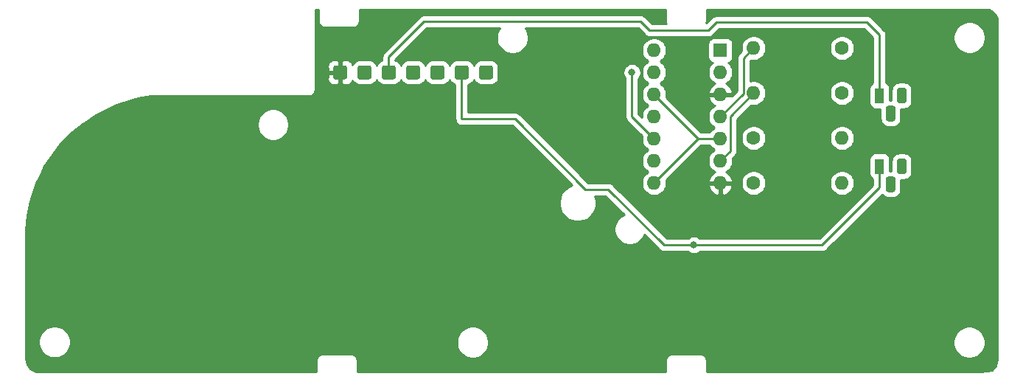
<source format=gbl>
%TF.GenerationSoftware,KiCad,Pcbnew,(5.1.10)-1*%
%TF.CreationDate,2021-06-16T14:50:00-05:00*%
%TF.ProjectId,nes-c64,6e65732d-6336-4342-9e6b-696361645f70,rev?*%
%TF.SameCoordinates,Original*%
%TF.FileFunction,Copper,L2,Bot*%
%TF.FilePolarity,Positive*%
%FSLAX46Y46*%
G04 Gerber Fmt 4.6, Leading zero omitted, Abs format (unit mm)*
G04 Created by KiCad (PCBNEW (5.1.10)-1) date 2021-06-16 14:50:00*
%MOMM*%
%LPD*%
G01*
G04 APERTURE LIST*
%TA.AperFunction,ComponentPad*%
%ADD10O,1.600000X1.600000*%
%TD*%
%TA.AperFunction,ComponentPad*%
%ADD11R,1.600000X1.600000*%
%TD*%
%TA.AperFunction,ComponentPad*%
%ADD12R,1.100000X1.800000*%
%TD*%
%TA.AperFunction,ComponentPad*%
%ADD13C,1.600000*%
%TD*%
%TA.AperFunction,ViaPad*%
%ADD14C,0.800000*%
%TD*%
%TA.AperFunction,Conductor*%
%ADD15C,0.250000*%
%TD*%
%TA.AperFunction,Conductor*%
%ADD16C,0.254000*%
%TD*%
%TA.AperFunction,Conductor*%
%ADD17C,0.100000*%
%TD*%
G04 APERTURE END LIST*
D10*
%TO.P,U1,14*%
%TO.N,+5V*%
X160782000Y-77470000D03*
%TO.P,U1,7*%
%TO.N,GND*%
X168402000Y-92710000D03*
%TO.P,U1,13*%
%TO.N,N/C*%
X160782000Y-80010000D03*
%TO.P,U1,6*%
%TO.N,Net-(R2-Pad2)*%
X168402000Y-90170000D03*
%TO.P,U1,12*%
%TO.N,Net-(R4-Pad1)*%
X160782000Y-82550000D03*
%TO.P,U1,5*%
X168402000Y-87630000D03*
%TO.P,U1,11*%
%TO.N,N/C*%
X160782000Y-85090000D03*
%TO.P,U1,4*%
%TO.N,Net-(R1-Pad2)*%
X168402000Y-85090000D03*
%TO.P,U1,10*%
%TO.N,+5V*%
X160782000Y-87630000D03*
%TO.P,U1,3*%
%TO.N,GND*%
X168402000Y-82550000D03*
%TO.P,U1,9*%
%TO.N,Net-(R3-Pad1)*%
X160782000Y-90170000D03*
%TO.P,U1,2*%
%TO.N,N/C*%
X168402000Y-80010000D03*
%TO.P,U1,8*%
%TO.N,Net-(R4-Pad1)*%
X160782000Y-92710000D03*
D11*
%TO.P,U1,1*%
%TO.N,N/C*%
X168402000Y-77470000D03*
%TD*%
D12*
%TO.P,Q2,1*%
%TO.N,/pin-fire*%
X186690000Y-90786000D03*
%TO.P,Q2,3*%
%TO.N,Net-(Q1-Pad3)*%
%TA.AperFunction,ComponentPad*%
G36*
G01*
X188680000Y-91411000D02*
X188680000Y-90161000D01*
G75*
G02*
X188955000Y-89886000I275000J0D01*
G01*
X189505000Y-89886000D01*
G75*
G02*
X189780000Y-90161000I0J-275000D01*
G01*
X189780000Y-91411000D01*
G75*
G02*
X189505000Y-91686000I-275000J0D01*
G01*
X188955000Y-91686000D01*
G75*
G02*
X188680000Y-91411000I0J275000D01*
G01*
G37*
%TD.AperFunction*%
%TO.P,Q2,2*%
%TO.N,Net-(Q2-Pad2)*%
%TA.AperFunction,ComponentPad*%
G36*
G01*
X187410000Y-93481000D02*
X187410000Y-92231000D01*
G75*
G02*
X187685000Y-91956000I275000J0D01*
G01*
X188235000Y-91956000D01*
G75*
G02*
X188510000Y-92231000I0J-275000D01*
G01*
X188510000Y-93481000D01*
G75*
G02*
X188235000Y-93756000I-275000J0D01*
G01*
X187685000Y-93756000D01*
G75*
G02*
X187410000Y-93481000I0J275000D01*
G01*
G37*
%TD.AperFunction*%
%TD*%
%TO.P,Q1,1*%
%TO.N,/pin-up*%
X186690000Y-82658000D03*
%TO.P,Q1,3*%
%TO.N,Net-(Q1-Pad3)*%
%TA.AperFunction,ComponentPad*%
G36*
G01*
X188680000Y-83283000D02*
X188680000Y-82033000D01*
G75*
G02*
X188955000Y-81758000I275000J0D01*
G01*
X189505000Y-81758000D01*
G75*
G02*
X189780000Y-82033000I0J-275000D01*
G01*
X189780000Y-83283000D01*
G75*
G02*
X189505000Y-83558000I-275000J0D01*
G01*
X188955000Y-83558000D01*
G75*
G02*
X188680000Y-83283000I0J275000D01*
G01*
G37*
%TD.AperFunction*%
%TO.P,Q1,2*%
%TO.N,Net-(Q1-Pad2)*%
%TA.AperFunction,ComponentPad*%
G36*
G01*
X187410000Y-85353000D02*
X187410000Y-84103000D01*
G75*
G02*
X187685000Y-83828000I275000J0D01*
G01*
X188235000Y-83828000D01*
G75*
G02*
X188510000Y-84103000I0J-275000D01*
G01*
X188510000Y-85353000D01*
G75*
G02*
X188235000Y-85628000I-275000J0D01*
G01*
X187685000Y-85628000D01*
G75*
G02*
X187410000Y-85353000I0J275000D01*
G01*
G37*
%TD.AperFunction*%
%TD*%
D13*
%TO.P,R1,1*%
%TO.N,+5V*%
X182372000Y-77216000D03*
D10*
%TO.P,R1,2*%
%TO.N,Net-(R1-Pad2)*%
X172212000Y-77216000D03*
%TD*%
%TO.P,J1,1*%
%TO.N,GND*%
%TA.AperFunction,ComponentPad*%
G36*
G01*
X123914000Y-80560000D02*
X123914000Y-79460000D01*
G75*
G02*
X124164000Y-79210000I250000J0D01*
G01*
X125264000Y-79210000D01*
G75*
G02*
X125514000Y-79460000I0J-250000D01*
G01*
X125514000Y-80560000D01*
G75*
G02*
X125264000Y-80810000I-250000J0D01*
G01*
X124164000Y-80810000D01*
G75*
G02*
X123914000Y-80560000I0J250000D01*
G01*
G37*
%TD.AperFunction*%
%TD*%
%TO.P,J2,1*%
%TO.N,/pin-left*%
%TA.AperFunction,ComponentPad*%
G36*
G01*
X126708000Y-80560000D02*
X126708000Y-79460000D01*
G75*
G02*
X126958000Y-79210000I250000J0D01*
G01*
X128058000Y-79210000D01*
G75*
G02*
X128308000Y-79460000I0J-250000D01*
G01*
X128308000Y-80560000D01*
G75*
G02*
X128058000Y-80810000I-250000J0D01*
G01*
X126958000Y-80810000D01*
G75*
G02*
X126708000Y-80560000I0J250000D01*
G01*
G37*
%TD.AperFunction*%
%TD*%
%TO.P,J3,1*%
%TO.N,/pin-up*%
%TA.AperFunction,ComponentPad*%
G36*
G01*
X129502000Y-80560000D02*
X129502000Y-79460000D01*
G75*
G02*
X129752000Y-79210000I250000J0D01*
G01*
X130852000Y-79210000D01*
G75*
G02*
X131102000Y-79460000I0J-250000D01*
G01*
X131102000Y-80560000D01*
G75*
G02*
X130852000Y-80810000I-250000J0D01*
G01*
X129752000Y-80810000D01*
G75*
G02*
X129502000Y-80560000I0J250000D01*
G01*
G37*
%TD.AperFunction*%
%TD*%
%TO.P,J4,1*%
%TO.N,/pin-down*%
%TA.AperFunction,ComponentPad*%
G36*
G01*
X132296000Y-80560000D02*
X132296000Y-79460000D01*
G75*
G02*
X132546000Y-79210000I250000J0D01*
G01*
X133646000Y-79210000D01*
G75*
G02*
X133896000Y-79460000I0J-250000D01*
G01*
X133896000Y-80560000D01*
G75*
G02*
X133646000Y-80810000I-250000J0D01*
G01*
X132546000Y-80810000D01*
G75*
G02*
X132296000Y-80560000I0J250000D01*
G01*
G37*
%TD.AperFunction*%
%TD*%
%TO.P,J5,1*%
%TO.N,/pin-right*%
%TA.AperFunction,ComponentPad*%
G36*
G01*
X135090000Y-80560000D02*
X135090000Y-79460000D01*
G75*
G02*
X135340000Y-79210000I250000J0D01*
G01*
X136440000Y-79210000D01*
G75*
G02*
X136690000Y-79460000I0J-250000D01*
G01*
X136690000Y-80560000D01*
G75*
G02*
X136440000Y-80810000I-250000J0D01*
G01*
X135340000Y-80810000D01*
G75*
G02*
X135090000Y-80560000I0J250000D01*
G01*
G37*
%TD.AperFunction*%
%TD*%
%TO.P,J6,1*%
%TO.N,/pin-fire*%
%TA.AperFunction,ComponentPad*%
G36*
G01*
X137884000Y-80560000D02*
X137884000Y-79460000D01*
G75*
G02*
X138134000Y-79210000I250000J0D01*
G01*
X139234000Y-79210000D01*
G75*
G02*
X139484000Y-79460000I0J-250000D01*
G01*
X139484000Y-80560000D01*
G75*
G02*
X139234000Y-80810000I-250000J0D01*
G01*
X138134000Y-80810000D01*
G75*
G02*
X137884000Y-80560000I0J250000D01*
G01*
G37*
%TD.AperFunction*%
%TD*%
%TO.P,J7,1*%
%TO.N,+5V*%
%TA.AperFunction,ComponentPad*%
G36*
G01*
X140678000Y-80560000D02*
X140678000Y-79460000D01*
G75*
G02*
X140928000Y-79210000I250000J0D01*
G01*
X142028000Y-79210000D01*
G75*
G02*
X142278000Y-79460000I0J-250000D01*
G01*
X142278000Y-80560000D01*
G75*
G02*
X142028000Y-80810000I-250000J0D01*
G01*
X140928000Y-80810000D01*
G75*
G02*
X140678000Y-80560000I0J250000D01*
G01*
G37*
%TD.AperFunction*%
%TD*%
%TO.P,R2,2*%
%TO.N,Net-(R2-Pad2)*%
X172212000Y-82380666D03*
D13*
%TO.P,R2,1*%
%TO.N,+5V*%
X182372000Y-82380666D03*
%TD*%
D10*
%TO.P,R3,2*%
%TO.N,Net-(Q1-Pad2)*%
X182372000Y-87545332D03*
D13*
%TO.P,R3,1*%
%TO.N,Net-(R3-Pad1)*%
X172212000Y-87545332D03*
%TD*%
%TO.P,R4,1*%
%TO.N,Net-(R4-Pad1)*%
X172212000Y-92710000D03*
D10*
%TO.P,R4,2*%
%TO.N,Net-(Q2-Pad2)*%
X182372000Y-92710000D03*
%TD*%
D14*
%TO.N,GND*%
X124714000Y-88138000D03*
X124714000Y-98552000D03*
X102362000Y-98552000D03*
%TO.N,/pin-fire*%
X165354000Y-99822000D03*
%TO.N,+5V*%
X158242000Y-80010000D03*
%TD*%
D15*
%TO.N,GND*%
X124714000Y-80010000D02*
X124714000Y-88138000D01*
X124714000Y-88138000D02*
X124714000Y-98552000D01*
%TO.N,/pin-fire*%
X186690000Y-93218000D02*
X186690000Y-91186000D01*
X180086000Y-99822000D02*
X186690000Y-93218000D01*
X165354000Y-99822000D02*
X180086000Y-99822000D01*
X161916791Y-99822000D02*
X165354000Y-99822000D01*
X155508710Y-93413919D02*
X161916791Y-99822000D01*
X152887919Y-93413919D02*
X155508710Y-93413919D01*
X138684000Y-80010000D02*
X138684000Y-85344000D01*
X144818000Y-85344000D02*
X152887919Y-93413919D01*
X138684000Y-85344000D02*
X144818000Y-85344000D01*
%TO.N,/pin-up*%
X185223990Y-74225990D02*
X186690000Y-75692000D01*
X186690000Y-75692000D02*
X186690000Y-78357590D01*
X167961600Y-74225990D02*
X185223990Y-74225990D01*
X167003590Y-75184000D02*
X167961600Y-74225990D01*
X160274000Y-75184000D02*
X167003590Y-75184000D01*
X186690000Y-78357590D02*
X186690000Y-83058000D01*
X130302000Y-80010000D02*
X130302000Y-78232000D01*
X130302000Y-78232000D02*
X134366000Y-74168000D01*
X159258000Y-74168000D02*
X160274000Y-75184000D01*
X134366000Y-74168000D02*
X159258000Y-74168000D01*
%TO.N,+5V*%
X158242000Y-85090000D02*
X160782000Y-87630000D01*
X158242000Y-80010000D02*
X158242000Y-85090000D01*
%TO.N,Net-(R1-Pad2)*%
X171086999Y-82405001D02*
X168402000Y-85090000D01*
X171086999Y-78341001D02*
X171086999Y-82405001D01*
X172212000Y-77216000D02*
X171086999Y-78341001D01*
%TO.N,Net-(R2-Pad2)*%
X169527001Y-85065665D02*
X172212000Y-82380666D01*
X169527001Y-89044999D02*
X169527001Y-85065665D01*
X168402000Y-90170000D02*
X169527001Y-89044999D01*
%TO.N,Net-(R4-Pad1)*%
X165862000Y-87630000D02*
X160782000Y-92710000D01*
X168402000Y-87630000D02*
X165862000Y-87630000D01*
X165862000Y-87630000D02*
X160782000Y-82550000D01*
%TD*%
D16*
%TO.N,GND*%
X122251001Y-74134343D02*
X122247686Y-74168000D01*
X122260912Y-74302283D01*
X122300081Y-74431406D01*
X122363688Y-74550407D01*
X122449289Y-74654711D01*
X122553593Y-74740312D01*
X122672594Y-74803919D01*
X122801717Y-74843088D01*
X122902353Y-74853000D01*
X122936000Y-74856314D01*
X122969647Y-74853000D01*
X126204353Y-74853000D01*
X126238000Y-74856314D01*
X126271647Y-74853000D01*
X126372283Y-74843088D01*
X126501406Y-74803919D01*
X126620407Y-74740312D01*
X126724711Y-74654711D01*
X126810312Y-74550407D01*
X126873919Y-74431406D01*
X126913088Y-74302283D01*
X126926314Y-74168000D01*
X126923000Y-74134353D01*
X126923000Y-72821000D01*
X162129000Y-72821000D01*
X162129001Y-73880344D01*
X162129000Y-73880354D01*
X162129000Y-74134353D01*
X162125686Y-74168000D01*
X162138912Y-74302283D01*
X162175834Y-74424000D01*
X160588802Y-74424000D01*
X159821804Y-73657002D01*
X159798001Y-73627999D01*
X159682276Y-73533026D01*
X159550247Y-73462454D01*
X159406986Y-73418997D01*
X159295333Y-73408000D01*
X159295322Y-73408000D01*
X159258000Y-73404324D01*
X159220678Y-73408000D01*
X134403323Y-73408000D01*
X134366000Y-73404324D01*
X134328677Y-73408000D01*
X134328667Y-73408000D01*
X134217014Y-73418997D01*
X134074215Y-73462314D01*
X134073753Y-73462454D01*
X133941723Y-73533026D01*
X133871063Y-73591016D01*
X133825999Y-73627999D01*
X133802201Y-73656997D01*
X129790998Y-77668201D01*
X129762000Y-77691999D01*
X129738202Y-77720997D01*
X129738201Y-77720998D01*
X129667026Y-77807724D01*
X129596454Y-77939754D01*
X129566180Y-78039558D01*
X129552998Y-78083014D01*
X129546427Y-78149727D01*
X129538324Y-78232000D01*
X129542001Y-78269332D01*
X129542001Y-78600138D01*
X129412150Y-78639528D01*
X129258614Y-78721595D01*
X129124038Y-78832038D01*
X129013595Y-78966614D01*
X128931528Y-79120150D01*
X128905000Y-79207602D01*
X128878472Y-79120150D01*
X128796405Y-78966614D01*
X128685962Y-78832038D01*
X128551386Y-78721595D01*
X128397850Y-78639528D01*
X128231254Y-78588992D01*
X128058000Y-78571928D01*
X126958000Y-78571928D01*
X126784746Y-78588992D01*
X126618150Y-78639528D01*
X126464614Y-78721595D01*
X126330038Y-78832038D01*
X126219595Y-78966614D01*
X126142337Y-79111153D01*
X126139812Y-79085518D01*
X126103502Y-78965820D01*
X126044537Y-78855506D01*
X125965185Y-78758815D01*
X125868494Y-78679463D01*
X125758180Y-78620498D01*
X125638482Y-78584188D01*
X125514000Y-78571928D01*
X124999750Y-78575000D01*
X124841000Y-78733750D01*
X124841000Y-79883000D01*
X124861000Y-79883000D01*
X124861000Y-80137000D01*
X124841000Y-80137000D01*
X124841000Y-81286250D01*
X124999750Y-81445000D01*
X125514000Y-81448072D01*
X125638482Y-81435812D01*
X125758180Y-81399502D01*
X125868494Y-81340537D01*
X125965185Y-81261185D01*
X126044537Y-81164494D01*
X126103502Y-81054180D01*
X126139812Y-80934482D01*
X126142337Y-80908847D01*
X126219595Y-81053386D01*
X126330038Y-81187962D01*
X126464614Y-81298405D01*
X126618150Y-81380472D01*
X126784746Y-81431008D01*
X126958000Y-81448072D01*
X128058000Y-81448072D01*
X128231254Y-81431008D01*
X128397850Y-81380472D01*
X128551386Y-81298405D01*
X128685962Y-81187962D01*
X128796405Y-81053386D01*
X128878472Y-80899850D01*
X128905000Y-80812398D01*
X128931528Y-80899850D01*
X129013595Y-81053386D01*
X129124038Y-81187962D01*
X129258614Y-81298405D01*
X129412150Y-81380472D01*
X129578746Y-81431008D01*
X129752000Y-81448072D01*
X130852000Y-81448072D01*
X131025254Y-81431008D01*
X131191850Y-81380472D01*
X131345386Y-81298405D01*
X131479962Y-81187962D01*
X131590405Y-81053386D01*
X131672472Y-80899850D01*
X131699000Y-80812398D01*
X131725528Y-80899850D01*
X131807595Y-81053386D01*
X131918038Y-81187962D01*
X132052614Y-81298405D01*
X132206150Y-81380472D01*
X132372746Y-81431008D01*
X132546000Y-81448072D01*
X133646000Y-81448072D01*
X133819254Y-81431008D01*
X133985850Y-81380472D01*
X134139386Y-81298405D01*
X134273962Y-81187962D01*
X134384405Y-81053386D01*
X134466472Y-80899850D01*
X134493000Y-80812398D01*
X134519528Y-80899850D01*
X134601595Y-81053386D01*
X134712038Y-81187962D01*
X134846614Y-81298405D01*
X135000150Y-81380472D01*
X135166746Y-81431008D01*
X135340000Y-81448072D01*
X136440000Y-81448072D01*
X136613254Y-81431008D01*
X136779850Y-81380472D01*
X136933386Y-81298405D01*
X137067962Y-81187962D01*
X137178405Y-81053386D01*
X137260472Y-80899850D01*
X137287000Y-80812398D01*
X137313528Y-80899850D01*
X137395595Y-81053386D01*
X137506038Y-81187962D01*
X137640614Y-81298405D01*
X137794150Y-81380472D01*
X137924000Y-81419861D01*
X137924001Y-85306657D01*
X137920323Y-85344000D01*
X137934997Y-85492986D01*
X137978454Y-85636247D01*
X138049026Y-85768276D01*
X138143999Y-85884001D01*
X138259724Y-85978974D01*
X138391753Y-86049546D01*
X138535014Y-86093003D01*
X138646667Y-86104000D01*
X138684000Y-86107677D01*
X138721333Y-86104000D01*
X144503199Y-86104000D01*
X151357982Y-92958784D01*
X150990343Y-93111065D01*
X150641230Y-93344335D01*
X150344335Y-93641230D01*
X150111065Y-93990343D01*
X149950386Y-94378256D01*
X149868473Y-94790063D01*
X149868473Y-95209937D01*
X149950386Y-95621744D01*
X150111065Y-96009657D01*
X150344335Y-96358770D01*
X150641230Y-96655665D01*
X150990343Y-96888935D01*
X151378256Y-97049614D01*
X151790063Y-97131527D01*
X152209937Y-97131527D01*
X152621744Y-97049614D01*
X153009657Y-96888935D01*
X153358770Y-96655665D01*
X153655665Y-96358770D01*
X153888935Y-96009657D01*
X154049614Y-95621744D01*
X154131527Y-95209937D01*
X154131527Y-94790063D01*
X154049614Y-94378256D01*
X153964975Y-94173919D01*
X155193909Y-94173919D01*
X157346407Y-96326417D01*
X157149129Y-96408132D01*
X156854920Y-96604716D01*
X156604716Y-96854920D01*
X156408132Y-97149129D01*
X156272723Y-97476036D01*
X156203692Y-97823079D01*
X156203692Y-98176921D01*
X156272723Y-98523964D01*
X156408132Y-98850871D01*
X156604716Y-99145080D01*
X156854920Y-99395284D01*
X157149129Y-99591868D01*
X157476036Y-99727277D01*
X157823079Y-99796308D01*
X158176921Y-99796308D01*
X158523964Y-99727277D01*
X158850871Y-99591868D01*
X159145080Y-99395284D01*
X159395284Y-99145080D01*
X159591868Y-98850871D01*
X159673583Y-98653594D01*
X161352992Y-100333003D01*
X161376790Y-100362001D01*
X161405788Y-100385799D01*
X161492514Y-100456974D01*
X161624544Y-100527546D01*
X161767805Y-100571003D01*
X161879458Y-100582000D01*
X161879467Y-100582000D01*
X161916790Y-100585676D01*
X161954113Y-100582000D01*
X164650289Y-100582000D01*
X164694226Y-100625937D01*
X164863744Y-100739205D01*
X165052102Y-100817226D01*
X165252061Y-100857000D01*
X165455939Y-100857000D01*
X165655898Y-100817226D01*
X165844256Y-100739205D01*
X166013774Y-100625937D01*
X166057711Y-100582000D01*
X180048678Y-100582000D01*
X180086000Y-100585676D01*
X180123322Y-100582000D01*
X180123333Y-100582000D01*
X180234986Y-100571003D01*
X180378247Y-100527546D01*
X180510276Y-100456974D01*
X180626001Y-100362001D01*
X180649804Y-100332997D01*
X186956783Y-94026019D01*
X187039361Y-94126639D01*
X187177724Y-94240192D01*
X187335582Y-94324569D01*
X187506868Y-94376528D01*
X187685000Y-94394072D01*
X188235000Y-94394072D01*
X188413132Y-94376528D01*
X188584418Y-94324569D01*
X188742276Y-94240192D01*
X188880639Y-94126639D01*
X188994192Y-93988276D01*
X189078569Y-93830418D01*
X189130528Y-93659132D01*
X189148072Y-93481000D01*
X189148072Y-92324072D01*
X189505000Y-92324072D01*
X189683132Y-92306528D01*
X189854418Y-92254569D01*
X190012276Y-92170192D01*
X190150639Y-92056639D01*
X190264192Y-91918276D01*
X190348569Y-91760418D01*
X190400528Y-91589132D01*
X190418072Y-91411000D01*
X190418072Y-90161000D01*
X190400528Y-89982868D01*
X190348569Y-89811582D01*
X190264192Y-89653724D01*
X190150639Y-89515361D01*
X190012276Y-89401808D01*
X189854418Y-89317431D01*
X189683132Y-89265472D01*
X189505000Y-89247928D01*
X188955000Y-89247928D01*
X188776868Y-89265472D01*
X188605582Y-89317431D01*
X188447724Y-89401808D01*
X188309361Y-89515361D01*
X188195808Y-89653724D01*
X188111431Y-89811582D01*
X188059472Y-89982868D01*
X188041928Y-90161000D01*
X188041928Y-91317928D01*
X187878072Y-91317928D01*
X187878072Y-89886000D01*
X187865812Y-89761518D01*
X187829502Y-89641820D01*
X187770537Y-89531506D01*
X187691185Y-89434815D01*
X187594494Y-89355463D01*
X187484180Y-89296498D01*
X187364482Y-89260188D01*
X187240000Y-89247928D01*
X186140000Y-89247928D01*
X186015518Y-89260188D01*
X185895820Y-89296498D01*
X185785506Y-89355463D01*
X185688815Y-89434815D01*
X185609463Y-89531506D01*
X185550498Y-89641820D01*
X185514188Y-89761518D01*
X185501928Y-89886000D01*
X185501928Y-91686000D01*
X185514188Y-91810482D01*
X185550498Y-91930180D01*
X185609463Y-92040494D01*
X185688815Y-92137185D01*
X185785506Y-92216537D01*
X185895820Y-92275502D01*
X185930000Y-92285871D01*
X185930000Y-92903198D01*
X179771199Y-99062000D01*
X166057711Y-99062000D01*
X166013774Y-99018063D01*
X165844256Y-98904795D01*
X165655898Y-98826774D01*
X165455939Y-98787000D01*
X165252061Y-98787000D01*
X165052102Y-98826774D01*
X164863744Y-98904795D01*
X164694226Y-99018063D01*
X164650289Y-99062000D01*
X162231593Y-99062000D01*
X156072514Y-92902922D01*
X156048711Y-92873918D01*
X155932986Y-92778945D01*
X155800957Y-92708373D01*
X155657696Y-92664916D01*
X155546043Y-92653919D01*
X155546032Y-92653919D01*
X155508710Y-92650243D01*
X155471388Y-92653919D01*
X153202721Y-92653919D01*
X145381804Y-84833003D01*
X145358001Y-84803999D01*
X145242276Y-84709026D01*
X145110247Y-84638454D01*
X144966986Y-84594997D01*
X144855333Y-84584000D01*
X144855322Y-84584000D01*
X144818000Y-84580324D01*
X144780678Y-84584000D01*
X139444000Y-84584000D01*
X139444000Y-81419861D01*
X139573850Y-81380472D01*
X139727386Y-81298405D01*
X139861962Y-81187962D01*
X139972405Y-81053386D01*
X140054472Y-80899850D01*
X140081000Y-80812398D01*
X140107528Y-80899850D01*
X140189595Y-81053386D01*
X140300038Y-81187962D01*
X140434614Y-81298405D01*
X140588150Y-81380472D01*
X140754746Y-81431008D01*
X140928000Y-81448072D01*
X142028000Y-81448072D01*
X142201254Y-81431008D01*
X142367850Y-81380472D01*
X142521386Y-81298405D01*
X142655962Y-81187962D01*
X142766405Y-81053386D01*
X142848472Y-80899850D01*
X142899008Y-80733254D01*
X142916072Y-80560000D01*
X142916072Y-79908061D01*
X157207000Y-79908061D01*
X157207000Y-80111939D01*
X157246774Y-80311898D01*
X157324795Y-80500256D01*
X157438063Y-80669774D01*
X157482000Y-80713711D01*
X157482001Y-85052668D01*
X157478324Y-85090000D01*
X157482001Y-85127333D01*
X157492245Y-85231335D01*
X157492998Y-85238985D01*
X157536454Y-85382246D01*
X157607026Y-85514276D01*
X157678201Y-85601002D01*
X157702000Y-85630001D01*
X157730998Y-85653799D01*
X159383312Y-87306114D01*
X159347000Y-87488665D01*
X159347000Y-87771335D01*
X159402147Y-88048574D01*
X159510320Y-88309727D01*
X159667363Y-88544759D01*
X159867241Y-88744637D01*
X160099759Y-88900000D01*
X159867241Y-89055363D01*
X159667363Y-89255241D01*
X159510320Y-89490273D01*
X159402147Y-89751426D01*
X159347000Y-90028665D01*
X159347000Y-90311335D01*
X159402147Y-90588574D01*
X159510320Y-90849727D01*
X159667363Y-91084759D01*
X159867241Y-91284637D01*
X160099759Y-91440000D01*
X159867241Y-91595363D01*
X159667363Y-91795241D01*
X159510320Y-92030273D01*
X159402147Y-92291426D01*
X159347000Y-92568665D01*
X159347000Y-92851335D01*
X159402147Y-93128574D01*
X159510320Y-93389727D01*
X159667363Y-93624759D01*
X159867241Y-93824637D01*
X160102273Y-93981680D01*
X160363426Y-94089853D01*
X160640665Y-94145000D01*
X160923335Y-94145000D01*
X161200574Y-94089853D01*
X161461727Y-93981680D01*
X161696759Y-93824637D01*
X161896637Y-93624759D01*
X162053680Y-93389727D01*
X162161853Y-93128574D01*
X162175684Y-93059039D01*
X167010096Y-93059039D01*
X167050754Y-93193087D01*
X167170963Y-93447420D01*
X167338481Y-93673414D01*
X167546869Y-93862385D01*
X167788119Y-94007070D01*
X168052960Y-94101909D01*
X168275000Y-93980624D01*
X168275000Y-92837000D01*
X168529000Y-92837000D01*
X168529000Y-93980624D01*
X168751040Y-94101909D01*
X169015881Y-94007070D01*
X169257131Y-93862385D01*
X169465519Y-93673414D01*
X169633037Y-93447420D01*
X169753246Y-93193087D01*
X169793904Y-93059039D01*
X169671915Y-92837000D01*
X168529000Y-92837000D01*
X168275000Y-92837000D01*
X167132085Y-92837000D01*
X167010096Y-93059039D01*
X162175684Y-93059039D01*
X162217000Y-92851335D01*
X162217000Y-92568665D01*
X162180688Y-92386113D01*
X166176802Y-88390000D01*
X167183957Y-88390000D01*
X167287363Y-88544759D01*
X167487241Y-88744637D01*
X167719759Y-88900000D01*
X167487241Y-89055363D01*
X167287363Y-89255241D01*
X167130320Y-89490273D01*
X167022147Y-89751426D01*
X166967000Y-90028665D01*
X166967000Y-90311335D01*
X167022147Y-90588574D01*
X167130320Y-90849727D01*
X167287363Y-91084759D01*
X167487241Y-91284637D01*
X167722273Y-91441680D01*
X167732865Y-91446067D01*
X167546869Y-91557615D01*
X167338481Y-91746586D01*
X167170963Y-91972580D01*
X167050754Y-92226913D01*
X167010096Y-92360961D01*
X167132085Y-92583000D01*
X168275000Y-92583000D01*
X168275000Y-92563000D01*
X168529000Y-92563000D01*
X168529000Y-92583000D01*
X169671915Y-92583000D01*
X169679790Y-92568665D01*
X170777000Y-92568665D01*
X170777000Y-92851335D01*
X170832147Y-93128574D01*
X170940320Y-93389727D01*
X171097363Y-93624759D01*
X171297241Y-93824637D01*
X171532273Y-93981680D01*
X171793426Y-94089853D01*
X172070665Y-94145000D01*
X172353335Y-94145000D01*
X172630574Y-94089853D01*
X172891727Y-93981680D01*
X173126759Y-93824637D01*
X173326637Y-93624759D01*
X173483680Y-93389727D01*
X173591853Y-93128574D01*
X173647000Y-92851335D01*
X173647000Y-92568665D01*
X180937000Y-92568665D01*
X180937000Y-92851335D01*
X180992147Y-93128574D01*
X181100320Y-93389727D01*
X181257363Y-93624759D01*
X181457241Y-93824637D01*
X181692273Y-93981680D01*
X181953426Y-94089853D01*
X182230665Y-94145000D01*
X182513335Y-94145000D01*
X182790574Y-94089853D01*
X183051727Y-93981680D01*
X183286759Y-93824637D01*
X183486637Y-93624759D01*
X183643680Y-93389727D01*
X183751853Y-93128574D01*
X183807000Y-92851335D01*
X183807000Y-92568665D01*
X183751853Y-92291426D01*
X183643680Y-92030273D01*
X183486637Y-91795241D01*
X183286759Y-91595363D01*
X183051727Y-91438320D01*
X182790574Y-91330147D01*
X182513335Y-91275000D01*
X182230665Y-91275000D01*
X181953426Y-91330147D01*
X181692273Y-91438320D01*
X181457241Y-91595363D01*
X181257363Y-91795241D01*
X181100320Y-92030273D01*
X180992147Y-92291426D01*
X180937000Y-92568665D01*
X173647000Y-92568665D01*
X173591853Y-92291426D01*
X173483680Y-92030273D01*
X173326637Y-91795241D01*
X173126759Y-91595363D01*
X172891727Y-91438320D01*
X172630574Y-91330147D01*
X172353335Y-91275000D01*
X172070665Y-91275000D01*
X171793426Y-91330147D01*
X171532273Y-91438320D01*
X171297241Y-91595363D01*
X171097363Y-91795241D01*
X170940320Y-92030273D01*
X170832147Y-92291426D01*
X170777000Y-92568665D01*
X169679790Y-92568665D01*
X169793904Y-92360961D01*
X169753246Y-92226913D01*
X169633037Y-91972580D01*
X169465519Y-91746586D01*
X169257131Y-91557615D01*
X169071135Y-91446067D01*
X169081727Y-91441680D01*
X169316759Y-91284637D01*
X169516637Y-91084759D01*
X169673680Y-90849727D01*
X169781853Y-90588574D01*
X169837000Y-90311335D01*
X169837000Y-90028665D01*
X169800688Y-89846114D01*
X170038005Y-89608797D01*
X170067002Y-89585000D01*
X170161975Y-89469275D01*
X170232547Y-89337246D01*
X170276004Y-89193985D01*
X170287001Y-89082332D01*
X170287001Y-89082324D01*
X170290677Y-89044999D01*
X170287001Y-89007674D01*
X170287001Y-87403997D01*
X170777000Y-87403997D01*
X170777000Y-87686667D01*
X170832147Y-87963906D01*
X170940320Y-88225059D01*
X171097363Y-88460091D01*
X171297241Y-88659969D01*
X171532273Y-88817012D01*
X171793426Y-88925185D01*
X172070665Y-88980332D01*
X172353335Y-88980332D01*
X172630574Y-88925185D01*
X172891727Y-88817012D01*
X173126759Y-88659969D01*
X173326637Y-88460091D01*
X173483680Y-88225059D01*
X173591853Y-87963906D01*
X173647000Y-87686667D01*
X173647000Y-87403997D01*
X180937000Y-87403997D01*
X180937000Y-87686667D01*
X180992147Y-87963906D01*
X181100320Y-88225059D01*
X181257363Y-88460091D01*
X181457241Y-88659969D01*
X181692273Y-88817012D01*
X181953426Y-88925185D01*
X182230665Y-88980332D01*
X182513335Y-88980332D01*
X182790574Y-88925185D01*
X183051727Y-88817012D01*
X183286759Y-88659969D01*
X183486637Y-88460091D01*
X183643680Y-88225059D01*
X183751853Y-87963906D01*
X183807000Y-87686667D01*
X183807000Y-87403997D01*
X183751853Y-87126758D01*
X183643680Y-86865605D01*
X183486637Y-86630573D01*
X183286759Y-86430695D01*
X183051727Y-86273652D01*
X182790574Y-86165479D01*
X182513335Y-86110332D01*
X182230665Y-86110332D01*
X181953426Y-86165479D01*
X181692273Y-86273652D01*
X181457241Y-86430695D01*
X181257363Y-86630573D01*
X181100320Y-86865605D01*
X180992147Y-87126758D01*
X180937000Y-87403997D01*
X173647000Y-87403997D01*
X173591853Y-87126758D01*
X173483680Y-86865605D01*
X173326637Y-86630573D01*
X173126759Y-86430695D01*
X172891727Y-86273652D01*
X172630574Y-86165479D01*
X172353335Y-86110332D01*
X172070665Y-86110332D01*
X171793426Y-86165479D01*
X171532273Y-86273652D01*
X171297241Y-86430695D01*
X171097363Y-86630573D01*
X170940320Y-86865605D01*
X170832147Y-87126758D01*
X170777000Y-87403997D01*
X170287001Y-87403997D01*
X170287001Y-85380466D01*
X171888114Y-83779354D01*
X172070665Y-83815666D01*
X172353335Y-83815666D01*
X172630574Y-83760519D01*
X172891727Y-83652346D01*
X173126759Y-83495303D01*
X173326637Y-83295425D01*
X173483680Y-83060393D01*
X173591853Y-82799240D01*
X173647000Y-82522001D01*
X173647000Y-82239331D01*
X180937000Y-82239331D01*
X180937000Y-82522001D01*
X180992147Y-82799240D01*
X181100320Y-83060393D01*
X181257363Y-83295425D01*
X181457241Y-83495303D01*
X181692273Y-83652346D01*
X181953426Y-83760519D01*
X182230665Y-83815666D01*
X182513335Y-83815666D01*
X182790574Y-83760519D01*
X183051727Y-83652346D01*
X183286759Y-83495303D01*
X183486637Y-83295425D01*
X183643680Y-83060393D01*
X183751853Y-82799240D01*
X183807000Y-82522001D01*
X183807000Y-82239331D01*
X183751853Y-81962092D01*
X183643680Y-81700939D01*
X183486637Y-81465907D01*
X183286759Y-81266029D01*
X183051727Y-81108986D01*
X182790574Y-81000813D01*
X182513335Y-80945666D01*
X182230665Y-80945666D01*
X181953426Y-81000813D01*
X181692273Y-81108986D01*
X181457241Y-81266029D01*
X181257363Y-81465907D01*
X181100320Y-81700939D01*
X180992147Y-81962092D01*
X180937000Y-82239331D01*
X173647000Y-82239331D01*
X173591853Y-81962092D01*
X173483680Y-81700939D01*
X173326637Y-81465907D01*
X173126759Y-81266029D01*
X172891727Y-81108986D01*
X172630574Y-81000813D01*
X172353335Y-80945666D01*
X172070665Y-80945666D01*
X171846999Y-80990157D01*
X171846999Y-78655802D01*
X171888113Y-78614688D01*
X172070665Y-78651000D01*
X172353335Y-78651000D01*
X172630574Y-78595853D01*
X172891727Y-78487680D01*
X173126759Y-78330637D01*
X173326637Y-78130759D01*
X173483680Y-77895727D01*
X173591853Y-77634574D01*
X173647000Y-77357335D01*
X173647000Y-77074665D01*
X180937000Y-77074665D01*
X180937000Y-77357335D01*
X180992147Y-77634574D01*
X181100320Y-77895727D01*
X181257363Y-78130759D01*
X181457241Y-78330637D01*
X181692273Y-78487680D01*
X181953426Y-78595853D01*
X182230665Y-78651000D01*
X182513335Y-78651000D01*
X182790574Y-78595853D01*
X183051727Y-78487680D01*
X183286759Y-78330637D01*
X183486637Y-78130759D01*
X183643680Y-77895727D01*
X183751853Y-77634574D01*
X183807000Y-77357335D01*
X183807000Y-77074665D01*
X183751853Y-76797426D01*
X183643680Y-76536273D01*
X183486637Y-76301241D01*
X183286759Y-76101363D01*
X183051727Y-75944320D01*
X182790574Y-75836147D01*
X182513335Y-75781000D01*
X182230665Y-75781000D01*
X181953426Y-75836147D01*
X181692273Y-75944320D01*
X181457241Y-76101363D01*
X181257363Y-76301241D01*
X181100320Y-76536273D01*
X180992147Y-76797426D01*
X180937000Y-77074665D01*
X173647000Y-77074665D01*
X173591853Y-76797426D01*
X173483680Y-76536273D01*
X173326637Y-76301241D01*
X173126759Y-76101363D01*
X172891727Y-75944320D01*
X172630574Y-75836147D01*
X172353335Y-75781000D01*
X172070665Y-75781000D01*
X171793426Y-75836147D01*
X171532273Y-75944320D01*
X171297241Y-76101363D01*
X171097363Y-76301241D01*
X170940320Y-76536273D01*
X170832147Y-76797426D01*
X170777000Y-77074665D01*
X170777000Y-77357335D01*
X170813312Y-77539887D01*
X170576001Y-77777197D01*
X170546998Y-77801000D01*
X170510012Y-77846068D01*
X170452025Y-77916725D01*
X170439716Y-77939754D01*
X170381453Y-78048755D01*
X170337996Y-78192016D01*
X170326999Y-78303669D01*
X170326999Y-78303679D01*
X170323323Y-78341001D01*
X170326999Y-78378324D01*
X170327000Y-82090198D01*
X169696128Y-82721071D01*
X169671915Y-82677000D01*
X168529000Y-82677000D01*
X168529000Y-82697000D01*
X168275000Y-82697000D01*
X168275000Y-82677000D01*
X167132085Y-82677000D01*
X167010096Y-82899039D01*
X167050754Y-83033087D01*
X167170963Y-83287420D01*
X167338481Y-83513414D01*
X167546869Y-83702385D01*
X167732865Y-83813933D01*
X167722273Y-83818320D01*
X167487241Y-83975363D01*
X167287363Y-84175241D01*
X167130320Y-84410273D01*
X167022147Y-84671426D01*
X166967000Y-84948665D01*
X166967000Y-85231335D01*
X167022147Y-85508574D01*
X167130320Y-85769727D01*
X167287363Y-86004759D01*
X167487241Y-86204637D01*
X167719759Y-86360000D01*
X167487241Y-86515363D01*
X167287363Y-86715241D01*
X167183957Y-86870000D01*
X166176802Y-86870000D01*
X162180688Y-82873887D01*
X162217000Y-82691335D01*
X162217000Y-82408665D01*
X162161853Y-82131426D01*
X162053680Y-81870273D01*
X161896637Y-81635241D01*
X161696759Y-81435363D01*
X161464241Y-81280000D01*
X161696759Y-81124637D01*
X161896637Y-80924759D01*
X162053680Y-80689727D01*
X162161853Y-80428574D01*
X162217000Y-80151335D01*
X162217000Y-79868665D01*
X162161853Y-79591426D01*
X162053680Y-79330273D01*
X161896637Y-79095241D01*
X161696759Y-78895363D01*
X161464241Y-78740000D01*
X161696759Y-78584637D01*
X161896637Y-78384759D01*
X162053680Y-78149727D01*
X162161853Y-77888574D01*
X162217000Y-77611335D01*
X162217000Y-77328665D01*
X162161853Y-77051426D01*
X162053680Y-76790273D01*
X161973317Y-76670000D01*
X166963928Y-76670000D01*
X166963928Y-78270000D01*
X166976188Y-78394482D01*
X167012498Y-78514180D01*
X167071463Y-78624494D01*
X167150815Y-78721185D01*
X167247506Y-78800537D01*
X167357820Y-78859502D01*
X167477518Y-78895812D01*
X167485961Y-78896643D01*
X167287363Y-79095241D01*
X167130320Y-79330273D01*
X167022147Y-79591426D01*
X166967000Y-79868665D01*
X166967000Y-80151335D01*
X167022147Y-80428574D01*
X167130320Y-80689727D01*
X167287363Y-80924759D01*
X167487241Y-81124637D01*
X167722273Y-81281680D01*
X167732865Y-81286067D01*
X167546869Y-81397615D01*
X167338481Y-81586586D01*
X167170963Y-81812580D01*
X167050754Y-82066913D01*
X167010096Y-82200961D01*
X167132085Y-82423000D01*
X168275000Y-82423000D01*
X168275000Y-82403000D01*
X168529000Y-82403000D01*
X168529000Y-82423000D01*
X169671915Y-82423000D01*
X169793904Y-82200961D01*
X169753246Y-82066913D01*
X169633037Y-81812580D01*
X169465519Y-81586586D01*
X169257131Y-81397615D01*
X169071135Y-81286067D01*
X169081727Y-81281680D01*
X169316759Y-81124637D01*
X169516637Y-80924759D01*
X169673680Y-80689727D01*
X169781853Y-80428574D01*
X169837000Y-80151335D01*
X169837000Y-79868665D01*
X169781853Y-79591426D01*
X169673680Y-79330273D01*
X169516637Y-79095241D01*
X169318039Y-78896643D01*
X169326482Y-78895812D01*
X169446180Y-78859502D01*
X169556494Y-78800537D01*
X169653185Y-78721185D01*
X169732537Y-78624494D01*
X169791502Y-78514180D01*
X169827812Y-78394482D01*
X169840072Y-78270000D01*
X169840072Y-76670000D01*
X169827812Y-76545518D01*
X169791502Y-76425820D01*
X169732537Y-76315506D01*
X169653185Y-76218815D01*
X169556494Y-76139463D01*
X169446180Y-76080498D01*
X169326482Y-76044188D01*
X169202000Y-76031928D01*
X167602000Y-76031928D01*
X167477518Y-76044188D01*
X167357820Y-76080498D01*
X167247506Y-76139463D01*
X167150815Y-76218815D01*
X167071463Y-76315506D01*
X167012498Y-76425820D01*
X166976188Y-76545518D01*
X166963928Y-76670000D01*
X161973317Y-76670000D01*
X161896637Y-76555241D01*
X161696759Y-76355363D01*
X161461727Y-76198320D01*
X161200574Y-76090147D01*
X160923335Y-76035000D01*
X160640665Y-76035000D01*
X160363426Y-76090147D01*
X160102273Y-76198320D01*
X159867241Y-76355363D01*
X159667363Y-76555241D01*
X159510320Y-76790273D01*
X159402147Y-77051426D01*
X159347000Y-77328665D01*
X159347000Y-77611335D01*
X159402147Y-77888574D01*
X159510320Y-78149727D01*
X159667363Y-78384759D01*
X159867241Y-78584637D01*
X160099759Y-78740000D01*
X159867241Y-78895363D01*
X159667363Y-79095241D01*
X159510320Y-79330273D01*
X159402147Y-79591426D01*
X159347000Y-79868665D01*
X159347000Y-80151335D01*
X159402147Y-80428574D01*
X159510320Y-80689727D01*
X159667363Y-80924759D01*
X159867241Y-81124637D01*
X160099759Y-81280000D01*
X159867241Y-81435363D01*
X159667363Y-81635241D01*
X159510320Y-81870273D01*
X159402147Y-82131426D01*
X159347000Y-82408665D01*
X159347000Y-82691335D01*
X159402147Y-82968574D01*
X159510320Y-83229727D01*
X159667363Y-83464759D01*
X159867241Y-83664637D01*
X160099759Y-83820000D01*
X159867241Y-83975363D01*
X159667363Y-84175241D01*
X159510320Y-84410273D01*
X159402147Y-84671426D01*
X159347000Y-84948665D01*
X159347000Y-85120199D01*
X159002000Y-84775199D01*
X159002000Y-80713711D01*
X159045937Y-80669774D01*
X159159205Y-80500256D01*
X159237226Y-80311898D01*
X159277000Y-80111939D01*
X159277000Y-79908061D01*
X159237226Y-79708102D01*
X159159205Y-79519744D01*
X159045937Y-79350226D01*
X158901774Y-79206063D01*
X158732256Y-79092795D01*
X158543898Y-79014774D01*
X158343939Y-78975000D01*
X158140061Y-78975000D01*
X157940102Y-79014774D01*
X157751744Y-79092795D01*
X157582226Y-79206063D01*
X157438063Y-79350226D01*
X157324795Y-79519744D01*
X157246774Y-79708102D01*
X157207000Y-79908061D01*
X142916072Y-79908061D01*
X142916072Y-79460000D01*
X142899008Y-79286746D01*
X142848472Y-79120150D01*
X142766405Y-78966614D01*
X142655962Y-78832038D01*
X142521386Y-78721595D01*
X142367850Y-78639528D01*
X142201254Y-78588992D01*
X142028000Y-78571928D01*
X140928000Y-78571928D01*
X140754746Y-78588992D01*
X140588150Y-78639528D01*
X140434614Y-78721595D01*
X140300038Y-78832038D01*
X140189595Y-78966614D01*
X140107528Y-79120150D01*
X140081000Y-79207602D01*
X140054472Y-79120150D01*
X139972405Y-78966614D01*
X139861962Y-78832038D01*
X139727386Y-78721595D01*
X139573850Y-78639528D01*
X139407254Y-78588992D01*
X139234000Y-78571928D01*
X138134000Y-78571928D01*
X137960746Y-78588992D01*
X137794150Y-78639528D01*
X137640614Y-78721595D01*
X137506038Y-78832038D01*
X137395595Y-78966614D01*
X137313528Y-79120150D01*
X137287000Y-79207602D01*
X137260472Y-79120150D01*
X137178405Y-78966614D01*
X137067962Y-78832038D01*
X136933386Y-78721595D01*
X136779850Y-78639528D01*
X136613254Y-78588992D01*
X136440000Y-78571928D01*
X135340000Y-78571928D01*
X135166746Y-78588992D01*
X135000150Y-78639528D01*
X134846614Y-78721595D01*
X134712038Y-78832038D01*
X134601595Y-78966614D01*
X134519528Y-79120150D01*
X134493000Y-79207602D01*
X134466472Y-79120150D01*
X134384405Y-78966614D01*
X134273962Y-78832038D01*
X134139386Y-78721595D01*
X133985850Y-78639528D01*
X133819254Y-78588992D01*
X133646000Y-78571928D01*
X132546000Y-78571928D01*
X132372746Y-78588992D01*
X132206150Y-78639528D01*
X132052614Y-78721595D01*
X131918038Y-78832038D01*
X131807595Y-78966614D01*
X131725528Y-79120150D01*
X131699000Y-79207602D01*
X131672472Y-79120150D01*
X131590405Y-78966614D01*
X131479962Y-78832038D01*
X131345386Y-78721595D01*
X131191850Y-78639528D01*
X131062000Y-78600139D01*
X131062000Y-78546801D01*
X134680802Y-74928000D01*
X143055450Y-74928000D01*
X142890036Y-75175559D01*
X142750876Y-75511522D01*
X142679932Y-75868178D01*
X142679932Y-76231822D01*
X142750876Y-76588478D01*
X142890036Y-76924441D01*
X143092066Y-77226800D01*
X143349200Y-77483934D01*
X143651559Y-77685964D01*
X143987522Y-77825124D01*
X144344178Y-77896068D01*
X144707822Y-77896068D01*
X145064478Y-77825124D01*
X145400441Y-77685964D01*
X145702800Y-77483934D01*
X145959934Y-77226800D01*
X146161964Y-76924441D01*
X146301124Y-76588478D01*
X146372068Y-76231822D01*
X146372068Y-75868178D01*
X146301124Y-75511522D01*
X146161964Y-75175559D01*
X145996550Y-74928000D01*
X158943199Y-74928000D01*
X159710201Y-75695003D01*
X159733999Y-75724001D01*
X159762997Y-75747799D01*
X159849723Y-75818974D01*
X159935865Y-75865018D01*
X159981753Y-75889546D01*
X160125014Y-75933003D01*
X160236667Y-75944000D01*
X160236677Y-75944000D01*
X160274000Y-75947676D01*
X160311322Y-75944000D01*
X166966268Y-75944000D01*
X167003590Y-75947676D01*
X167040912Y-75944000D01*
X167040923Y-75944000D01*
X167152576Y-75933003D01*
X167295837Y-75889546D01*
X167427866Y-75818974D01*
X167543591Y-75724001D01*
X167567394Y-75694998D01*
X168276402Y-74985990D01*
X184909189Y-74985990D01*
X185930000Y-76006802D01*
X185930001Y-78320248D01*
X185930000Y-78320258D01*
X185930001Y-81158129D01*
X185895820Y-81168498D01*
X185785506Y-81227463D01*
X185688815Y-81306815D01*
X185609463Y-81403506D01*
X185550498Y-81513820D01*
X185514188Y-81633518D01*
X185501928Y-81758000D01*
X185501928Y-83558000D01*
X185514188Y-83682482D01*
X185550498Y-83802180D01*
X185609463Y-83912494D01*
X185688815Y-84009185D01*
X185785506Y-84088537D01*
X185895820Y-84147502D01*
X186015518Y-84183812D01*
X186140000Y-84196072D01*
X186771928Y-84196072D01*
X186771928Y-85353000D01*
X186789472Y-85531132D01*
X186841431Y-85702418D01*
X186925808Y-85860276D01*
X187039361Y-85998639D01*
X187177724Y-86112192D01*
X187335582Y-86196569D01*
X187506868Y-86248528D01*
X187685000Y-86266072D01*
X188235000Y-86266072D01*
X188413132Y-86248528D01*
X188584418Y-86196569D01*
X188742276Y-86112192D01*
X188880639Y-85998639D01*
X188994192Y-85860276D01*
X189078569Y-85702418D01*
X189130528Y-85531132D01*
X189148072Y-85353000D01*
X189148072Y-84196072D01*
X189505000Y-84196072D01*
X189683132Y-84178528D01*
X189854418Y-84126569D01*
X190012276Y-84042192D01*
X190150639Y-83928639D01*
X190264192Y-83790276D01*
X190348569Y-83632418D01*
X190400528Y-83461132D01*
X190418072Y-83283000D01*
X190418072Y-82033000D01*
X190400528Y-81854868D01*
X190348569Y-81683582D01*
X190264192Y-81525724D01*
X190150639Y-81387361D01*
X190012276Y-81273808D01*
X189854418Y-81189431D01*
X189683132Y-81137472D01*
X189505000Y-81119928D01*
X188955000Y-81119928D01*
X188776868Y-81137472D01*
X188605582Y-81189431D01*
X188447724Y-81273808D01*
X188309361Y-81387361D01*
X188195808Y-81525724D01*
X188111431Y-81683582D01*
X188059472Y-81854868D01*
X188041928Y-82033000D01*
X188041928Y-83189928D01*
X187878072Y-83189928D01*
X187878072Y-81758000D01*
X187865812Y-81633518D01*
X187829502Y-81513820D01*
X187770537Y-81403506D01*
X187691185Y-81306815D01*
X187594494Y-81227463D01*
X187484180Y-81168498D01*
X187450000Y-81158130D01*
X187450000Y-75818178D01*
X195153932Y-75818178D01*
X195153932Y-76181822D01*
X195224876Y-76538478D01*
X195364036Y-76874441D01*
X195566066Y-77176800D01*
X195823200Y-77433934D01*
X196125559Y-77635964D01*
X196461522Y-77775124D01*
X196818178Y-77846068D01*
X197181822Y-77846068D01*
X197538478Y-77775124D01*
X197874441Y-77635964D01*
X198176800Y-77433934D01*
X198433934Y-77176800D01*
X198635964Y-76874441D01*
X198775124Y-76538478D01*
X198846068Y-76181822D01*
X198846068Y-75818178D01*
X198775124Y-75461522D01*
X198635964Y-75125559D01*
X198433934Y-74823200D01*
X198176800Y-74566066D01*
X197874441Y-74364036D01*
X197538478Y-74224876D01*
X197181822Y-74153932D01*
X196818178Y-74153932D01*
X196461522Y-74224876D01*
X196125559Y-74364036D01*
X195823200Y-74566066D01*
X195566066Y-74823200D01*
X195364036Y-75125559D01*
X195224876Y-75461522D01*
X195153932Y-75818178D01*
X187450000Y-75818178D01*
X187450000Y-75729322D01*
X187453676Y-75691999D01*
X187450000Y-75654676D01*
X187450000Y-75654667D01*
X187439003Y-75543014D01*
X187395546Y-75399753D01*
X187324974Y-75267724D01*
X187230001Y-75151999D01*
X187201004Y-75128202D01*
X185787794Y-73714993D01*
X185763991Y-73685989D01*
X185648266Y-73591016D01*
X185516237Y-73520444D01*
X185372976Y-73476987D01*
X185261323Y-73465990D01*
X185261312Y-73465990D01*
X185223990Y-73462314D01*
X185186668Y-73465990D01*
X167998925Y-73465990D01*
X167961600Y-73462314D01*
X167924275Y-73465990D01*
X167924267Y-73465990D01*
X167812614Y-73476987D01*
X167669353Y-73520444D01*
X167537324Y-73591016D01*
X167421599Y-73685989D01*
X167397801Y-73714987D01*
X166782633Y-74330156D01*
X166791088Y-74302283D01*
X166804314Y-74168000D01*
X166801000Y-74134353D01*
X166801000Y-72821000D01*
X199228294Y-72821000D01*
X199492233Y-72952969D01*
X200097030Y-73557766D01*
X200229000Y-73821705D01*
X200229001Y-112945673D01*
X200041470Y-113695794D01*
X199568855Y-114168409D01*
X198317310Y-114377000D01*
X166801000Y-114377000D01*
X166801000Y-113063646D01*
X166804314Y-113030000D01*
X166791088Y-112895717D01*
X166751919Y-112766594D01*
X166688312Y-112647593D01*
X166602711Y-112543289D01*
X166498407Y-112457688D01*
X166379406Y-112394081D01*
X166250283Y-112354912D01*
X166149647Y-112345000D01*
X166116000Y-112341686D01*
X166082353Y-112345000D01*
X162847647Y-112345000D01*
X162814000Y-112341686D01*
X162780353Y-112345000D01*
X162679717Y-112354912D01*
X162550594Y-112394081D01*
X162431593Y-112457688D01*
X162327289Y-112543289D01*
X162241688Y-112647593D01*
X162178081Y-112766594D01*
X162138912Y-112895717D01*
X162125686Y-113030000D01*
X162129001Y-113063657D01*
X162129000Y-114377000D01*
X126669000Y-114377000D01*
X126669000Y-113063646D01*
X126672314Y-113030000D01*
X126659088Y-112895717D01*
X126619919Y-112766594D01*
X126556312Y-112647593D01*
X126470711Y-112543289D01*
X126366407Y-112457688D01*
X126247406Y-112394081D01*
X126118283Y-112354912D01*
X126017647Y-112345000D01*
X125984000Y-112341686D01*
X125950353Y-112345000D01*
X122715647Y-112345000D01*
X122682000Y-112341686D01*
X122648353Y-112345000D01*
X122547717Y-112354912D01*
X122418594Y-112394081D01*
X122299593Y-112457688D01*
X122195289Y-112543289D01*
X122109688Y-112647593D01*
X122046081Y-112766594D01*
X122006912Y-112895717D01*
X121993686Y-113030000D01*
X121997001Y-113063657D01*
X121997000Y-114377000D01*
X89823706Y-114377000D01*
X89115048Y-114022671D01*
X88758840Y-113488359D01*
X88569000Y-112918843D01*
X88569000Y-110768178D01*
X90053932Y-110768178D01*
X90053932Y-111131822D01*
X90124876Y-111488478D01*
X90264036Y-111824441D01*
X90466066Y-112126800D01*
X90723200Y-112383934D01*
X91025559Y-112585964D01*
X91361522Y-112725124D01*
X91718178Y-112796068D01*
X92081822Y-112796068D01*
X92438478Y-112725124D01*
X92774441Y-112585964D01*
X93076800Y-112383934D01*
X93333934Y-112126800D01*
X93535964Y-111824441D01*
X93675124Y-111488478D01*
X93746068Y-111131822D01*
X93746068Y-110818178D01*
X138103932Y-110818178D01*
X138103932Y-111181822D01*
X138174876Y-111538478D01*
X138314036Y-111874441D01*
X138516066Y-112176800D01*
X138773200Y-112433934D01*
X139075559Y-112635964D01*
X139411522Y-112775124D01*
X139768178Y-112846068D01*
X140131822Y-112846068D01*
X140488478Y-112775124D01*
X140824441Y-112635964D01*
X141126800Y-112433934D01*
X141383934Y-112176800D01*
X141585964Y-111874441D01*
X141725124Y-111538478D01*
X141796068Y-111181822D01*
X141796068Y-110818178D01*
X141795671Y-110816178D01*
X195123932Y-110816178D01*
X195123932Y-111179822D01*
X195194876Y-111536478D01*
X195334036Y-111872441D01*
X195536066Y-112174800D01*
X195793200Y-112431934D01*
X196095559Y-112633964D01*
X196431522Y-112773124D01*
X196788178Y-112844068D01*
X197151822Y-112844068D01*
X197508478Y-112773124D01*
X197844441Y-112633964D01*
X198146800Y-112431934D01*
X198403934Y-112174800D01*
X198605964Y-111872441D01*
X198745124Y-111536478D01*
X198816068Y-111179822D01*
X198816068Y-110816178D01*
X198745124Y-110459522D01*
X198605964Y-110123559D01*
X198403934Y-109821200D01*
X198146800Y-109564066D01*
X197844441Y-109362036D01*
X197508478Y-109222876D01*
X197151822Y-109151932D01*
X196788178Y-109151932D01*
X196431522Y-109222876D01*
X196095559Y-109362036D01*
X195793200Y-109564066D01*
X195536066Y-109821200D01*
X195334036Y-110123559D01*
X195194876Y-110459522D01*
X195123932Y-110816178D01*
X141795671Y-110816178D01*
X141725124Y-110461522D01*
X141585964Y-110125559D01*
X141383934Y-109823200D01*
X141126800Y-109566066D01*
X140824441Y-109364036D01*
X140488478Y-109224876D01*
X140131822Y-109153932D01*
X139768178Y-109153932D01*
X139411522Y-109224876D01*
X139075559Y-109364036D01*
X138773200Y-109566066D01*
X138516066Y-109823200D01*
X138314036Y-110125559D01*
X138174876Y-110461522D01*
X138103932Y-110818178D01*
X93746068Y-110818178D01*
X93746068Y-110768178D01*
X93675124Y-110411522D01*
X93535964Y-110075559D01*
X93333934Y-109773200D01*
X93076800Y-109516066D01*
X92774441Y-109314036D01*
X92438478Y-109174876D01*
X92081822Y-109103932D01*
X91718178Y-109103932D01*
X91361522Y-109174876D01*
X91025559Y-109314036D01*
X90723200Y-109516066D01*
X90466066Y-109773200D01*
X90264036Y-110075559D01*
X90124876Y-110411522D01*
X90053932Y-110768178D01*
X88569000Y-110768178D01*
X88569000Y-98092674D01*
X88813424Y-96381705D01*
X89060499Y-95146331D01*
X89304170Y-94171647D01*
X89788454Y-92718799D01*
X90289732Y-91716243D01*
X90760117Y-90775474D01*
X92474781Y-88325955D01*
X93929542Y-86871194D01*
X95146710Y-85897460D01*
X95263563Y-85819558D01*
X115167942Y-85819558D01*
X115167942Y-86180442D01*
X115238347Y-86534392D01*
X115376451Y-86867805D01*
X115576947Y-87167869D01*
X115832131Y-87423053D01*
X116132195Y-87623549D01*
X116465608Y-87761653D01*
X116819558Y-87832058D01*
X117180442Y-87832058D01*
X117534392Y-87761653D01*
X117867805Y-87623549D01*
X118167869Y-87423053D01*
X118423053Y-87167869D01*
X118623549Y-86867805D01*
X118761653Y-86534392D01*
X118832058Y-86180442D01*
X118832058Y-85819558D01*
X118761653Y-85465608D01*
X118623549Y-85132195D01*
X118423053Y-84832131D01*
X118167869Y-84576947D01*
X117867805Y-84376451D01*
X117534392Y-84238347D01*
X117180442Y-84167942D01*
X116819558Y-84167942D01*
X116465608Y-84238347D01*
X116132195Y-84376451D01*
X115832131Y-84576947D01*
X115576947Y-84832131D01*
X115376451Y-85132195D01*
X115238347Y-85465608D01*
X115167942Y-85819558D01*
X95263563Y-85819558D01*
X96610488Y-84921609D01*
X99059465Y-83697121D01*
X101501347Y-82964557D01*
X102926690Y-82727000D01*
X121124353Y-82727000D01*
X121158000Y-82730314D01*
X121191647Y-82727000D01*
X121292283Y-82717088D01*
X121421406Y-82677919D01*
X121540407Y-82614312D01*
X121644711Y-82528711D01*
X121730312Y-82424407D01*
X121793919Y-82305406D01*
X121833088Y-82176283D01*
X121846314Y-82042000D01*
X121843000Y-82008353D01*
X121843000Y-80810000D01*
X123275928Y-80810000D01*
X123288188Y-80934482D01*
X123324498Y-81054180D01*
X123383463Y-81164494D01*
X123462815Y-81261185D01*
X123559506Y-81340537D01*
X123669820Y-81399502D01*
X123789518Y-81435812D01*
X123914000Y-81448072D01*
X124428250Y-81445000D01*
X124587000Y-81286250D01*
X124587000Y-80137000D01*
X123437750Y-80137000D01*
X123279000Y-80295750D01*
X123275928Y-80810000D01*
X121843000Y-80810000D01*
X121843000Y-79210000D01*
X123275928Y-79210000D01*
X123279000Y-79724250D01*
X123437750Y-79883000D01*
X124587000Y-79883000D01*
X124587000Y-78733750D01*
X124428250Y-78575000D01*
X123914000Y-78571928D01*
X123789518Y-78584188D01*
X123669820Y-78620498D01*
X123559506Y-78679463D01*
X123462815Y-78758815D01*
X123383463Y-78855506D01*
X123324498Y-78965820D01*
X123288188Y-79085518D01*
X123275928Y-79210000D01*
X121843000Y-79210000D01*
X121843000Y-72821000D01*
X122251000Y-72821000D01*
X122251001Y-74134343D01*
%TA.AperFunction,Conductor*%
D17*
G36*
X122251001Y-74134343D02*
G01*
X122247686Y-74168000D01*
X122260912Y-74302283D01*
X122300081Y-74431406D01*
X122363688Y-74550407D01*
X122449289Y-74654711D01*
X122553593Y-74740312D01*
X122672594Y-74803919D01*
X122801717Y-74843088D01*
X122902353Y-74853000D01*
X122936000Y-74856314D01*
X122969647Y-74853000D01*
X126204353Y-74853000D01*
X126238000Y-74856314D01*
X126271647Y-74853000D01*
X126372283Y-74843088D01*
X126501406Y-74803919D01*
X126620407Y-74740312D01*
X126724711Y-74654711D01*
X126810312Y-74550407D01*
X126873919Y-74431406D01*
X126913088Y-74302283D01*
X126926314Y-74168000D01*
X126923000Y-74134353D01*
X126923000Y-72821000D01*
X162129000Y-72821000D01*
X162129001Y-73880344D01*
X162129000Y-73880354D01*
X162129000Y-74134353D01*
X162125686Y-74168000D01*
X162138912Y-74302283D01*
X162175834Y-74424000D01*
X160588802Y-74424000D01*
X159821804Y-73657002D01*
X159798001Y-73627999D01*
X159682276Y-73533026D01*
X159550247Y-73462454D01*
X159406986Y-73418997D01*
X159295333Y-73408000D01*
X159295322Y-73408000D01*
X159258000Y-73404324D01*
X159220678Y-73408000D01*
X134403323Y-73408000D01*
X134366000Y-73404324D01*
X134328677Y-73408000D01*
X134328667Y-73408000D01*
X134217014Y-73418997D01*
X134074215Y-73462314D01*
X134073753Y-73462454D01*
X133941723Y-73533026D01*
X133871063Y-73591016D01*
X133825999Y-73627999D01*
X133802201Y-73656997D01*
X129790998Y-77668201D01*
X129762000Y-77691999D01*
X129738202Y-77720997D01*
X129738201Y-77720998D01*
X129667026Y-77807724D01*
X129596454Y-77939754D01*
X129566180Y-78039558D01*
X129552998Y-78083014D01*
X129546427Y-78149727D01*
X129538324Y-78232000D01*
X129542001Y-78269332D01*
X129542001Y-78600138D01*
X129412150Y-78639528D01*
X129258614Y-78721595D01*
X129124038Y-78832038D01*
X129013595Y-78966614D01*
X128931528Y-79120150D01*
X128905000Y-79207602D01*
X128878472Y-79120150D01*
X128796405Y-78966614D01*
X128685962Y-78832038D01*
X128551386Y-78721595D01*
X128397850Y-78639528D01*
X128231254Y-78588992D01*
X128058000Y-78571928D01*
X126958000Y-78571928D01*
X126784746Y-78588992D01*
X126618150Y-78639528D01*
X126464614Y-78721595D01*
X126330038Y-78832038D01*
X126219595Y-78966614D01*
X126142337Y-79111153D01*
X126139812Y-79085518D01*
X126103502Y-78965820D01*
X126044537Y-78855506D01*
X125965185Y-78758815D01*
X125868494Y-78679463D01*
X125758180Y-78620498D01*
X125638482Y-78584188D01*
X125514000Y-78571928D01*
X124999750Y-78575000D01*
X124841000Y-78733750D01*
X124841000Y-79883000D01*
X124861000Y-79883000D01*
X124861000Y-80137000D01*
X124841000Y-80137000D01*
X124841000Y-81286250D01*
X124999750Y-81445000D01*
X125514000Y-81448072D01*
X125638482Y-81435812D01*
X125758180Y-81399502D01*
X125868494Y-81340537D01*
X125965185Y-81261185D01*
X126044537Y-81164494D01*
X126103502Y-81054180D01*
X126139812Y-80934482D01*
X126142337Y-80908847D01*
X126219595Y-81053386D01*
X126330038Y-81187962D01*
X126464614Y-81298405D01*
X126618150Y-81380472D01*
X126784746Y-81431008D01*
X126958000Y-81448072D01*
X128058000Y-81448072D01*
X128231254Y-81431008D01*
X128397850Y-81380472D01*
X128551386Y-81298405D01*
X128685962Y-81187962D01*
X128796405Y-81053386D01*
X128878472Y-80899850D01*
X128905000Y-80812398D01*
X128931528Y-80899850D01*
X129013595Y-81053386D01*
X129124038Y-81187962D01*
X129258614Y-81298405D01*
X129412150Y-81380472D01*
X129578746Y-81431008D01*
X129752000Y-81448072D01*
X130852000Y-81448072D01*
X131025254Y-81431008D01*
X131191850Y-81380472D01*
X131345386Y-81298405D01*
X131479962Y-81187962D01*
X131590405Y-81053386D01*
X131672472Y-80899850D01*
X131699000Y-80812398D01*
X131725528Y-80899850D01*
X131807595Y-81053386D01*
X131918038Y-81187962D01*
X132052614Y-81298405D01*
X132206150Y-81380472D01*
X132372746Y-81431008D01*
X132546000Y-81448072D01*
X133646000Y-81448072D01*
X133819254Y-81431008D01*
X133985850Y-81380472D01*
X134139386Y-81298405D01*
X134273962Y-81187962D01*
X134384405Y-81053386D01*
X134466472Y-80899850D01*
X134493000Y-80812398D01*
X134519528Y-80899850D01*
X134601595Y-81053386D01*
X134712038Y-81187962D01*
X134846614Y-81298405D01*
X135000150Y-81380472D01*
X135166746Y-81431008D01*
X135340000Y-81448072D01*
X136440000Y-81448072D01*
X136613254Y-81431008D01*
X136779850Y-81380472D01*
X136933386Y-81298405D01*
X137067962Y-81187962D01*
X137178405Y-81053386D01*
X137260472Y-80899850D01*
X137287000Y-80812398D01*
X137313528Y-80899850D01*
X137395595Y-81053386D01*
X137506038Y-81187962D01*
X137640614Y-81298405D01*
X137794150Y-81380472D01*
X137924000Y-81419861D01*
X137924001Y-85306657D01*
X137920323Y-85344000D01*
X137934997Y-85492986D01*
X137978454Y-85636247D01*
X138049026Y-85768276D01*
X138143999Y-85884001D01*
X138259724Y-85978974D01*
X138391753Y-86049546D01*
X138535014Y-86093003D01*
X138646667Y-86104000D01*
X138684000Y-86107677D01*
X138721333Y-86104000D01*
X144503199Y-86104000D01*
X151357982Y-92958784D01*
X150990343Y-93111065D01*
X150641230Y-93344335D01*
X150344335Y-93641230D01*
X150111065Y-93990343D01*
X149950386Y-94378256D01*
X149868473Y-94790063D01*
X149868473Y-95209937D01*
X149950386Y-95621744D01*
X150111065Y-96009657D01*
X150344335Y-96358770D01*
X150641230Y-96655665D01*
X150990343Y-96888935D01*
X151378256Y-97049614D01*
X151790063Y-97131527D01*
X152209937Y-97131527D01*
X152621744Y-97049614D01*
X153009657Y-96888935D01*
X153358770Y-96655665D01*
X153655665Y-96358770D01*
X153888935Y-96009657D01*
X154049614Y-95621744D01*
X154131527Y-95209937D01*
X154131527Y-94790063D01*
X154049614Y-94378256D01*
X153964975Y-94173919D01*
X155193909Y-94173919D01*
X157346407Y-96326417D01*
X157149129Y-96408132D01*
X156854920Y-96604716D01*
X156604716Y-96854920D01*
X156408132Y-97149129D01*
X156272723Y-97476036D01*
X156203692Y-97823079D01*
X156203692Y-98176921D01*
X156272723Y-98523964D01*
X156408132Y-98850871D01*
X156604716Y-99145080D01*
X156854920Y-99395284D01*
X157149129Y-99591868D01*
X157476036Y-99727277D01*
X157823079Y-99796308D01*
X158176921Y-99796308D01*
X158523964Y-99727277D01*
X158850871Y-99591868D01*
X159145080Y-99395284D01*
X159395284Y-99145080D01*
X159591868Y-98850871D01*
X159673583Y-98653594D01*
X161352992Y-100333003D01*
X161376790Y-100362001D01*
X161405788Y-100385799D01*
X161492514Y-100456974D01*
X161624544Y-100527546D01*
X161767805Y-100571003D01*
X161879458Y-100582000D01*
X161879467Y-100582000D01*
X161916790Y-100585676D01*
X161954113Y-100582000D01*
X164650289Y-100582000D01*
X164694226Y-100625937D01*
X164863744Y-100739205D01*
X165052102Y-100817226D01*
X165252061Y-100857000D01*
X165455939Y-100857000D01*
X165655898Y-100817226D01*
X165844256Y-100739205D01*
X166013774Y-100625937D01*
X166057711Y-100582000D01*
X180048678Y-100582000D01*
X180086000Y-100585676D01*
X180123322Y-100582000D01*
X180123333Y-100582000D01*
X180234986Y-100571003D01*
X180378247Y-100527546D01*
X180510276Y-100456974D01*
X180626001Y-100362001D01*
X180649804Y-100332997D01*
X186956783Y-94026019D01*
X187039361Y-94126639D01*
X187177724Y-94240192D01*
X187335582Y-94324569D01*
X187506868Y-94376528D01*
X187685000Y-94394072D01*
X188235000Y-94394072D01*
X188413132Y-94376528D01*
X188584418Y-94324569D01*
X188742276Y-94240192D01*
X188880639Y-94126639D01*
X188994192Y-93988276D01*
X189078569Y-93830418D01*
X189130528Y-93659132D01*
X189148072Y-93481000D01*
X189148072Y-92324072D01*
X189505000Y-92324072D01*
X189683132Y-92306528D01*
X189854418Y-92254569D01*
X190012276Y-92170192D01*
X190150639Y-92056639D01*
X190264192Y-91918276D01*
X190348569Y-91760418D01*
X190400528Y-91589132D01*
X190418072Y-91411000D01*
X190418072Y-90161000D01*
X190400528Y-89982868D01*
X190348569Y-89811582D01*
X190264192Y-89653724D01*
X190150639Y-89515361D01*
X190012276Y-89401808D01*
X189854418Y-89317431D01*
X189683132Y-89265472D01*
X189505000Y-89247928D01*
X188955000Y-89247928D01*
X188776868Y-89265472D01*
X188605582Y-89317431D01*
X188447724Y-89401808D01*
X188309361Y-89515361D01*
X188195808Y-89653724D01*
X188111431Y-89811582D01*
X188059472Y-89982868D01*
X188041928Y-90161000D01*
X188041928Y-91317928D01*
X187878072Y-91317928D01*
X187878072Y-89886000D01*
X187865812Y-89761518D01*
X187829502Y-89641820D01*
X187770537Y-89531506D01*
X187691185Y-89434815D01*
X187594494Y-89355463D01*
X187484180Y-89296498D01*
X187364482Y-89260188D01*
X187240000Y-89247928D01*
X186140000Y-89247928D01*
X186015518Y-89260188D01*
X185895820Y-89296498D01*
X185785506Y-89355463D01*
X185688815Y-89434815D01*
X185609463Y-89531506D01*
X185550498Y-89641820D01*
X185514188Y-89761518D01*
X185501928Y-89886000D01*
X185501928Y-91686000D01*
X185514188Y-91810482D01*
X185550498Y-91930180D01*
X185609463Y-92040494D01*
X185688815Y-92137185D01*
X185785506Y-92216537D01*
X185895820Y-92275502D01*
X185930000Y-92285871D01*
X185930000Y-92903198D01*
X179771199Y-99062000D01*
X166057711Y-99062000D01*
X166013774Y-99018063D01*
X165844256Y-98904795D01*
X165655898Y-98826774D01*
X165455939Y-98787000D01*
X165252061Y-98787000D01*
X165052102Y-98826774D01*
X164863744Y-98904795D01*
X164694226Y-99018063D01*
X164650289Y-99062000D01*
X162231593Y-99062000D01*
X156072514Y-92902922D01*
X156048711Y-92873918D01*
X155932986Y-92778945D01*
X155800957Y-92708373D01*
X155657696Y-92664916D01*
X155546043Y-92653919D01*
X155546032Y-92653919D01*
X155508710Y-92650243D01*
X155471388Y-92653919D01*
X153202721Y-92653919D01*
X145381804Y-84833003D01*
X145358001Y-84803999D01*
X145242276Y-84709026D01*
X145110247Y-84638454D01*
X144966986Y-84594997D01*
X144855333Y-84584000D01*
X144855322Y-84584000D01*
X144818000Y-84580324D01*
X144780678Y-84584000D01*
X139444000Y-84584000D01*
X139444000Y-81419861D01*
X139573850Y-81380472D01*
X139727386Y-81298405D01*
X139861962Y-81187962D01*
X139972405Y-81053386D01*
X140054472Y-80899850D01*
X140081000Y-80812398D01*
X140107528Y-80899850D01*
X140189595Y-81053386D01*
X140300038Y-81187962D01*
X140434614Y-81298405D01*
X140588150Y-81380472D01*
X140754746Y-81431008D01*
X140928000Y-81448072D01*
X142028000Y-81448072D01*
X142201254Y-81431008D01*
X142367850Y-81380472D01*
X142521386Y-81298405D01*
X142655962Y-81187962D01*
X142766405Y-81053386D01*
X142848472Y-80899850D01*
X142899008Y-80733254D01*
X142916072Y-80560000D01*
X142916072Y-79908061D01*
X157207000Y-79908061D01*
X157207000Y-80111939D01*
X157246774Y-80311898D01*
X157324795Y-80500256D01*
X157438063Y-80669774D01*
X157482000Y-80713711D01*
X157482001Y-85052668D01*
X157478324Y-85090000D01*
X157482001Y-85127333D01*
X157492245Y-85231335D01*
X157492998Y-85238985D01*
X157536454Y-85382246D01*
X157607026Y-85514276D01*
X157678201Y-85601002D01*
X157702000Y-85630001D01*
X157730998Y-85653799D01*
X159383312Y-87306114D01*
X159347000Y-87488665D01*
X159347000Y-87771335D01*
X159402147Y-88048574D01*
X159510320Y-88309727D01*
X159667363Y-88544759D01*
X159867241Y-88744637D01*
X160099759Y-88900000D01*
X159867241Y-89055363D01*
X159667363Y-89255241D01*
X159510320Y-89490273D01*
X159402147Y-89751426D01*
X159347000Y-90028665D01*
X159347000Y-90311335D01*
X159402147Y-90588574D01*
X159510320Y-90849727D01*
X159667363Y-91084759D01*
X159867241Y-91284637D01*
X160099759Y-91440000D01*
X159867241Y-91595363D01*
X159667363Y-91795241D01*
X159510320Y-92030273D01*
X159402147Y-92291426D01*
X159347000Y-92568665D01*
X159347000Y-92851335D01*
X159402147Y-93128574D01*
X159510320Y-93389727D01*
X159667363Y-93624759D01*
X159867241Y-93824637D01*
X160102273Y-93981680D01*
X160363426Y-94089853D01*
X160640665Y-94145000D01*
X160923335Y-94145000D01*
X161200574Y-94089853D01*
X161461727Y-93981680D01*
X161696759Y-93824637D01*
X161896637Y-93624759D01*
X162053680Y-93389727D01*
X162161853Y-93128574D01*
X162175684Y-93059039D01*
X167010096Y-93059039D01*
X167050754Y-93193087D01*
X167170963Y-93447420D01*
X167338481Y-93673414D01*
X167546869Y-93862385D01*
X167788119Y-94007070D01*
X168052960Y-94101909D01*
X168275000Y-93980624D01*
X168275000Y-92837000D01*
X168529000Y-92837000D01*
X168529000Y-93980624D01*
X168751040Y-94101909D01*
X169015881Y-94007070D01*
X169257131Y-93862385D01*
X169465519Y-93673414D01*
X169633037Y-93447420D01*
X169753246Y-93193087D01*
X169793904Y-93059039D01*
X169671915Y-92837000D01*
X168529000Y-92837000D01*
X168275000Y-92837000D01*
X167132085Y-92837000D01*
X167010096Y-93059039D01*
X162175684Y-93059039D01*
X162217000Y-92851335D01*
X162217000Y-92568665D01*
X162180688Y-92386113D01*
X166176802Y-88390000D01*
X167183957Y-88390000D01*
X167287363Y-88544759D01*
X167487241Y-88744637D01*
X167719759Y-88900000D01*
X167487241Y-89055363D01*
X167287363Y-89255241D01*
X167130320Y-89490273D01*
X167022147Y-89751426D01*
X166967000Y-90028665D01*
X166967000Y-90311335D01*
X167022147Y-90588574D01*
X167130320Y-90849727D01*
X167287363Y-91084759D01*
X167487241Y-91284637D01*
X167722273Y-91441680D01*
X167732865Y-91446067D01*
X167546869Y-91557615D01*
X167338481Y-91746586D01*
X167170963Y-91972580D01*
X167050754Y-92226913D01*
X167010096Y-92360961D01*
X167132085Y-92583000D01*
X168275000Y-92583000D01*
X168275000Y-92563000D01*
X168529000Y-92563000D01*
X168529000Y-92583000D01*
X169671915Y-92583000D01*
X169679790Y-92568665D01*
X170777000Y-92568665D01*
X170777000Y-92851335D01*
X170832147Y-93128574D01*
X170940320Y-93389727D01*
X171097363Y-93624759D01*
X171297241Y-93824637D01*
X171532273Y-93981680D01*
X171793426Y-94089853D01*
X172070665Y-94145000D01*
X172353335Y-94145000D01*
X172630574Y-94089853D01*
X172891727Y-93981680D01*
X173126759Y-93824637D01*
X173326637Y-93624759D01*
X173483680Y-93389727D01*
X173591853Y-93128574D01*
X173647000Y-92851335D01*
X173647000Y-92568665D01*
X180937000Y-92568665D01*
X180937000Y-92851335D01*
X180992147Y-93128574D01*
X181100320Y-93389727D01*
X181257363Y-93624759D01*
X181457241Y-93824637D01*
X181692273Y-93981680D01*
X181953426Y-94089853D01*
X182230665Y-94145000D01*
X182513335Y-94145000D01*
X182790574Y-94089853D01*
X183051727Y-93981680D01*
X183286759Y-93824637D01*
X183486637Y-93624759D01*
X183643680Y-93389727D01*
X183751853Y-93128574D01*
X183807000Y-92851335D01*
X183807000Y-92568665D01*
X183751853Y-92291426D01*
X183643680Y-92030273D01*
X183486637Y-91795241D01*
X183286759Y-91595363D01*
X183051727Y-91438320D01*
X182790574Y-91330147D01*
X182513335Y-91275000D01*
X182230665Y-91275000D01*
X181953426Y-91330147D01*
X181692273Y-91438320D01*
X181457241Y-91595363D01*
X181257363Y-91795241D01*
X181100320Y-92030273D01*
X180992147Y-92291426D01*
X180937000Y-92568665D01*
X173647000Y-92568665D01*
X173591853Y-92291426D01*
X173483680Y-92030273D01*
X173326637Y-91795241D01*
X173126759Y-91595363D01*
X172891727Y-91438320D01*
X172630574Y-91330147D01*
X172353335Y-91275000D01*
X172070665Y-91275000D01*
X171793426Y-91330147D01*
X171532273Y-91438320D01*
X171297241Y-91595363D01*
X171097363Y-91795241D01*
X170940320Y-92030273D01*
X170832147Y-92291426D01*
X170777000Y-92568665D01*
X169679790Y-92568665D01*
X169793904Y-92360961D01*
X169753246Y-92226913D01*
X169633037Y-91972580D01*
X169465519Y-91746586D01*
X169257131Y-91557615D01*
X169071135Y-91446067D01*
X169081727Y-91441680D01*
X169316759Y-91284637D01*
X169516637Y-91084759D01*
X169673680Y-90849727D01*
X169781853Y-90588574D01*
X169837000Y-90311335D01*
X169837000Y-90028665D01*
X169800688Y-89846114D01*
X170038005Y-89608797D01*
X170067002Y-89585000D01*
X170161975Y-89469275D01*
X170232547Y-89337246D01*
X170276004Y-89193985D01*
X170287001Y-89082332D01*
X170287001Y-89082324D01*
X170290677Y-89044999D01*
X170287001Y-89007674D01*
X170287001Y-87403997D01*
X170777000Y-87403997D01*
X170777000Y-87686667D01*
X170832147Y-87963906D01*
X170940320Y-88225059D01*
X171097363Y-88460091D01*
X171297241Y-88659969D01*
X171532273Y-88817012D01*
X171793426Y-88925185D01*
X172070665Y-88980332D01*
X172353335Y-88980332D01*
X172630574Y-88925185D01*
X172891727Y-88817012D01*
X173126759Y-88659969D01*
X173326637Y-88460091D01*
X173483680Y-88225059D01*
X173591853Y-87963906D01*
X173647000Y-87686667D01*
X173647000Y-87403997D01*
X180937000Y-87403997D01*
X180937000Y-87686667D01*
X180992147Y-87963906D01*
X181100320Y-88225059D01*
X181257363Y-88460091D01*
X181457241Y-88659969D01*
X181692273Y-88817012D01*
X181953426Y-88925185D01*
X182230665Y-88980332D01*
X182513335Y-88980332D01*
X182790574Y-88925185D01*
X183051727Y-88817012D01*
X183286759Y-88659969D01*
X183486637Y-88460091D01*
X183643680Y-88225059D01*
X183751853Y-87963906D01*
X183807000Y-87686667D01*
X183807000Y-87403997D01*
X183751853Y-87126758D01*
X183643680Y-86865605D01*
X183486637Y-86630573D01*
X183286759Y-86430695D01*
X183051727Y-86273652D01*
X182790574Y-86165479D01*
X182513335Y-86110332D01*
X182230665Y-86110332D01*
X181953426Y-86165479D01*
X181692273Y-86273652D01*
X181457241Y-86430695D01*
X181257363Y-86630573D01*
X181100320Y-86865605D01*
X180992147Y-87126758D01*
X180937000Y-87403997D01*
X173647000Y-87403997D01*
X173591853Y-87126758D01*
X173483680Y-86865605D01*
X173326637Y-86630573D01*
X173126759Y-86430695D01*
X172891727Y-86273652D01*
X172630574Y-86165479D01*
X172353335Y-86110332D01*
X172070665Y-86110332D01*
X171793426Y-86165479D01*
X171532273Y-86273652D01*
X171297241Y-86430695D01*
X171097363Y-86630573D01*
X170940320Y-86865605D01*
X170832147Y-87126758D01*
X170777000Y-87403997D01*
X170287001Y-87403997D01*
X170287001Y-85380466D01*
X171888114Y-83779354D01*
X172070665Y-83815666D01*
X172353335Y-83815666D01*
X172630574Y-83760519D01*
X172891727Y-83652346D01*
X173126759Y-83495303D01*
X173326637Y-83295425D01*
X173483680Y-83060393D01*
X173591853Y-82799240D01*
X173647000Y-82522001D01*
X173647000Y-82239331D01*
X180937000Y-82239331D01*
X180937000Y-82522001D01*
X180992147Y-82799240D01*
X181100320Y-83060393D01*
X181257363Y-83295425D01*
X181457241Y-83495303D01*
X181692273Y-83652346D01*
X181953426Y-83760519D01*
X182230665Y-83815666D01*
X182513335Y-83815666D01*
X182790574Y-83760519D01*
X183051727Y-83652346D01*
X183286759Y-83495303D01*
X183486637Y-83295425D01*
X183643680Y-83060393D01*
X183751853Y-82799240D01*
X183807000Y-82522001D01*
X183807000Y-82239331D01*
X183751853Y-81962092D01*
X183643680Y-81700939D01*
X183486637Y-81465907D01*
X183286759Y-81266029D01*
X183051727Y-81108986D01*
X182790574Y-81000813D01*
X182513335Y-80945666D01*
X182230665Y-80945666D01*
X181953426Y-81000813D01*
X181692273Y-81108986D01*
X181457241Y-81266029D01*
X181257363Y-81465907D01*
X181100320Y-81700939D01*
X180992147Y-81962092D01*
X180937000Y-82239331D01*
X173647000Y-82239331D01*
X173591853Y-81962092D01*
X173483680Y-81700939D01*
X173326637Y-81465907D01*
X173126759Y-81266029D01*
X172891727Y-81108986D01*
X172630574Y-81000813D01*
X172353335Y-80945666D01*
X172070665Y-80945666D01*
X171846999Y-80990157D01*
X171846999Y-78655802D01*
X171888113Y-78614688D01*
X172070665Y-78651000D01*
X172353335Y-78651000D01*
X172630574Y-78595853D01*
X172891727Y-78487680D01*
X173126759Y-78330637D01*
X173326637Y-78130759D01*
X173483680Y-77895727D01*
X173591853Y-77634574D01*
X173647000Y-77357335D01*
X173647000Y-77074665D01*
X180937000Y-77074665D01*
X180937000Y-77357335D01*
X180992147Y-77634574D01*
X181100320Y-77895727D01*
X181257363Y-78130759D01*
X181457241Y-78330637D01*
X181692273Y-78487680D01*
X181953426Y-78595853D01*
X182230665Y-78651000D01*
X182513335Y-78651000D01*
X182790574Y-78595853D01*
X183051727Y-78487680D01*
X183286759Y-78330637D01*
X183486637Y-78130759D01*
X183643680Y-77895727D01*
X183751853Y-77634574D01*
X183807000Y-77357335D01*
X183807000Y-77074665D01*
X183751853Y-76797426D01*
X183643680Y-76536273D01*
X183486637Y-76301241D01*
X183286759Y-76101363D01*
X183051727Y-75944320D01*
X182790574Y-75836147D01*
X182513335Y-75781000D01*
X182230665Y-75781000D01*
X181953426Y-75836147D01*
X181692273Y-75944320D01*
X181457241Y-76101363D01*
X181257363Y-76301241D01*
X181100320Y-76536273D01*
X180992147Y-76797426D01*
X180937000Y-77074665D01*
X173647000Y-77074665D01*
X173591853Y-76797426D01*
X173483680Y-76536273D01*
X173326637Y-76301241D01*
X173126759Y-76101363D01*
X172891727Y-75944320D01*
X172630574Y-75836147D01*
X172353335Y-75781000D01*
X172070665Y-75781000D01*
X171793426Y-75836147D01*
X171532273Y-75944320D01*
X171297241Y-76101363D01*
X171097363Y-76301241D01*
X170940320Y-76536273D01*
X170832147Y-76797426D01*
X170777000Y-77074665D01*
X170777000Y-77357335D01*
X170813312Y-77539887D01*
X170576001Y-77777197D01*
X170546998Y-77801000D01*
X170510012Y-77846068D01*
X170452025Y-77916725D01*
X170439716Y-77939754D01*
X170381453Y-78048755D01*
X170337996Y-78192016D01*
X170326999Y-78303669D01*
X170326999Y-78303679D01*
X170323323Y-78341001D01*
X170326999Y-78378324D01*
X170327000Y-82090198D01*
X169696128Y-82721071D01*
X169671915Y-82677000D01*
X168529000Y-82677000D01*
X168529000Y-82697000D01*
X168275000Y-82697000D01*
X168275000Y-82677000D01*
X167132085Y-82677000D01*
X167010096Y-82899039D01*
X167050754Y-83033087D01*
X167170963Y-83287420D01*
X167338481Y-83513414D01*
X167546869Y-83702385D01*
X167732865Y-83813933D01*
X167722273Y-83818320D01*
X167487241Y-83975363D01*
X167287363Y-84175241D01*
X167130320Y-84410273D01*
X167022147Y-84671426D01*
X166967000Y-84948665D01*
X166967000Y-85231335D01*
X167022147Y-85508574D01*
X167130320Y-85769727D01*
X167287363Y-86004759D01*
X167487241Y-86204637D01*
X167719759Y-86360000D01*
X167487241Y-86515363D01*
X167287363Y-86715241D01*
X167183957Y-86870000D01*
X166176802Y-86870000D01*
X162180688Y-82873887D01*
X162217000Y-82691335D01*
X162217000Y-82408665D01*
X162161853Y-82131426D01*
X162053680Y-81870273D01*
X161896637Y-81635241D01*
X161696759Y-81435363D01*
X161464241Y-81280000D01*
X161696759Y-81124637D01*
X161896637Y-80924759D01*
X162053680Y-80689727D01*
X162161853Y-80428574D01*
X162217000Y-80151335D01*
X162217000Y-79868665D01*
X162161853Y-79591426D01*
X162053680Y-79330273D01*
X161896637Y-79095241D01*
X161696759Y-78895363D01*
X161464241Y-78740000D01*
X161696759Y-78584637D01*
X161896637Y-78384759D01*
X162053680Y-78149727D01*
X162161853Y-77888574D01*
X162217000Y-77611335D01*
X162217000Y-77328665D01*
X162161853Y-77051426D01*
X162053680Y-76790273D01*
X161973317Y-76670000D01*
X166963928Y-76670000D01*
X166963928Y-78270000D01*
X166976188Y-78394482D01*
X167012498Y-78514180D01*
X167071463Y-78624494D01*
X167150815Y-78721185D01*
X167247506Y-78800537D01*
X167357820Y-78859502D01*
X167477518Y-78895812D01*
X167485961Y-78896643D01*
X167287363Y-79095241D01*
X167130320Y-79330273D01*
X167022147Y-79591426D01*
X166967000Y-79868665D01*
X166967000Y-80151335D01*
X167022147Y-80428574D01*
X167130320Y-80689727D01*
X167287363Y-80924759D01*
X167487241Y-81124637D01*
X167722273Y-81281680D01*
X167732865Y-81286067D01*
X167546869Y-81397615D01*
X167338481Y-81586586D01*
X167170963Y-81812580D01*
X167050754Y-82066913D01*
X167010096Y-82200961D01*
X167132085Y-82423000D01*
X168275000Y-82423000D01*
X168275000Y-82403000D01*
X168529000Y-82403000D01*
X168529000Y-82423000D01*
X169671915Y-82423000D01*
X169793904Y-82200961D01*
X169753246Y-82066913D01*
X169633037Y-81812580D01*
X169465519Y-81586586D01*
X169257131Y-81397615D01*
X169071135Y-81286067D01*
X169081727Y-81281680D01*
X169316759Y-81124637D01*
X169516637Y-80924759D01*
X169673680Y-80689727D01*
X169781853Y-80428574D01*
X169837000Y-80151335D01*
X169837000Y-79868665D01*
X169781853Y-79591426D01*
X169673680Y-79330273D01*
X169516637Y-79095241D01*
X169318039Y-78896643D01*
X169326482Y-78895812D01*
X169446180Y-78859502D01*
X169556494Y-78800537D01*
X169653185Y-78721185D01*
X169732537Y-78624494D01*
X169791502Y-78514180D01*
X169827812Y-78394482D01*
X169840072Y-78270000D01*
X169840072Y-76670000D01*
X169827812Y-76545518D01*
X169791502Y-76425820D01*
X169732537Y-76315506D01*
X169653185Y-76218815D01*
X169556494Y-76139463D01*
X169446180Y-76080498D01*
X169326482Y-76044188D01*
X169202000Y-76031928D01*
X167602000Y-76031928D01*
X167477518Y-76044188D01*
X167357820Y-76080498D01*
X167247506Y-76139463D01*
X167150815Y-76218815D01*
X167071463Y-76315506D01*
X167012498Y-76425820D01*
X166976188Y-76545518D01*
X166963928Y-76670000D01*
X161973317Y-76670000D01*
X161896637Y-76555241D01*
X161696759Y-76355363D01*
X161461727Y-76198320D01*
X161200574Y-76090147D01*
X160923335Y-76035000D01*
X160640665Y-76035000D01*
X160363426Y-76090147D01*
X160102273Y-76198320D01*
X159867241Y-76355363D01*
X159667363Y-76555241D01*
X159510320Y-76790273D01*
X159402147Y-77051426D01*
X159347000Y-77328665D01*
X159347000Y-77611335D01*
X159402147Y-77888574D01*
X159510320Y-78149727D01*
X159667363Y-78384759D01*
X159867241Y-78584637D01*
X160099759Y-78740000D01*
X159867241Y-78895363D01*
X159667363Y-79095241D01*
X159510320Y-79330273D01*
X159402147Y-79591426D01*
X159347000Y-79868665D01*
X159347000Y-80151335D01*
X159402147Y-80428574D01*
X159510320Y-80689727D01*
X159667363Y-80924759D01*
X159867241Y-81124637D01*
X160099759Y-81280000D01*
X159867241Y-81435363D01*
X159667363Y-81635241D01*
X159510320Y-81870273D01*
X159402147Y-82131426D01*
X159347000Y-82408665D01*
X159347000Y-82691335D01*
X159402147Y-82968574D01*
X159510320Y-83229727D01*
X159667363Y-83464759D01*
X159867241Y-83664637D01*
X160099759Y-83820000D01*
X159867241Y-83975363D01*
X159667363Y-84175241D01*
X159510320Y-84410273D01*
X159402147Y-84671426D01*
X159347000Y-84948665D01*
X159347000Y-85120199D01*
X159002000Y-84775199D01*
X159002000Y-80713711D01*
X159045937Y-80669774D01*
X159159205Y-80500256D01*
X159237226Y-80311898D01*
X159277000Y-80111939D01*
X159277000Y-79908061D01*
X159237226Y-79708102D01*
X159159205Y-79519744D01*
X159045937Y-79350226D01*
X158901774Y-79206063D01*
X158732256Y-79092795D01*
X158543898Y-79014774D01*
X158343939Y-78975000D01*
X158140061Y-78975000D01*
X157940102Y-79014774D01*
X157751744Y-79092795D01*
X157582226Y-79206063D01*
X157438063Y-79350226D01*
X157324795Y-79519744D01*
X157246774Y-79708102D01*
X157207000Y-79908061D01*
X142916072Y-79908061D01*
X142916072Y-79460000D01*
X142899008Y-79286746D01*
X142848472Y-79120150D01*
X142766405Y-78966614D01*
X142655962Y-78832038D01*
X142521386Y-78721595D01*
X142367850Y-78639528D01*
X142201254Y-78588992D01*
X142028000Y-78571928D01*
X140928000Y-78571928D01*
X140754746Y-78588992D01*
X140588150Y-78639528D01*
X140434614Y-78721595D01*
X140300038Y-78832038D01*
X140189595Y-78966614D01*
X140107528Y-79120150D01*
X140081000Y-79207602D01*
X140054472Y-79120150D01*
X139972405Y-78966614D01*
X139861962Y-78832038D01*
X139727386Y-78721595D01*
X139573850Y-78639528D01*
X139407254Y-78588992D01*
X139234000Y-78571928D01*
X138134000Y-78571928D01*
X137960746Y-78588992D01*
X137794150Y-78639528D01*
X137640614Y-78721595D01*
X137506038Y-78832038D01*
X137395595Y-78966614D01*
X137313528Y-79120150D01*
X137287000Y-79207602D01*
X137260472Y-79120150D01*
X137178405Y-78966614D01*
X137067962Y-78832038D01*
X136933386Y-78721595D01*
X136779850Y-78639528D01*
X136613254Y-78588992D01*
X136440000Y-78571928D01*
X135340000Y-78571928D01*
X135166746Y-78588992D01*
X135000150Y-78639528D01*
X134846614Y-78721595D01*
X134712038Y-78832038D01*
X134601595Y-78966614D01*
X134519528Y-79120150D01*
X134493000Y-79207602D01*
X134466472Y-79120150D01*
X134384405Y-78966614D01*
X134273962Y-78832038D01*
X134139386Y-78721595D01*
X133985850Y-78639528D01*
X133819254Y-78588992D01*
X133646000Y-78571928D01*
X132546000Y-78571928D01*
X132372746Y-78588992D01*
X132206150Y-78639528D01*
X132052614Y-78721595D01*
X131918038Y-78832038D01*
X131807595Y-78966614D01*
X131725528Y-79120150D01*
X131699000Y-79207602D01*
X131672472Y-79120150D01*
X131590405Y-78966614D01*
X131479962Y-78832038D01*
X131345386Y-78721595D01*
X131191850Y-78639528D01*
X131062000Y-78600139D01*
X131062000Y-78546801D01*
X134680802Y-74928000D01*
X143055450Y-74928000D01*
X142890036Y-75175559D01*
X142750876Y-75511522D01*
X142679932Y-75868178D01*
X142679932Y-76231822D01*
X142750876Y-76588478D01*
X142890036Y-76924441D01*
X143092066Y-77226800D01*
X143349200Y-77483934D01*
X143651559Y-77685964D01*
X143987522Y-77825124D01*
X144344178Y-77896068D01*
X144707822Y-77896068D01*
X145064478Y-77825124D01*
X145400441Y-77685964D01*
X145702800Y-77483934D01*
X145959934Y-77226800D01*
X146161964Y-76924441D01*
X146301124Y-76588478D01*
X146372068Y-76231822D01*
X146372068Y-75868178D01*
X146301124Y-75511522D01*
X146161964Y-75175559D01*
X145996550Y-74928000D01*
X158943199Y-74928000D01*
X159710201Y-75695003D01*
X159733999Y-75724001D01*
X159762997Y-75747799D01*
X159849723Y-75818974D01*
X159935865Y-75865018D01*
X159981753Y-75889546D01*
X160125014Y-75933003D01*
X160236667Y-75944000D01*
X160236677Y-75944000D01*
X160274000Y-75947676D01*
X160311322Y-75944000D01*
X166966268Y-75944000D01*
X167003590Y-75947676D01*
X167040912Y-75944000D01*
X167040923Y-75944000D01*
X167152576Y-75933003D01*
X167295837Y-75889546D01*
X167427866Y-75818974D01*
X167543591Y-75724001D01*
X167567394Y-75694998D01*
X168276402Y-74985990D01*
X184909189Y-74985990D01*
X185930000Y-76006802D01*
X185930001Y-78320248D01*
X185930000Y-78320258D01*
X185930001Y-81158129D01*
X185895820Y-81168498D01*
X185785506Y-81227463D01*
X185688815Y-81306815D01*
X185609463Y-81403506D01*
X185550498Y-81513820D01*
X185514188Y-81633518D01*
X185501928Y-81758000D01*
X185501928Y-83558000D01*
X185514188Y-83682482D01*
X185550498Y-83802180D01*
X185609463Y-83912494D01*
X185688815Y-84009185D01*
X185785506Y-84088537D01*
X185895820Y-84147502D01*
X186015518Y-84183812D01*
X186140000Y-84196072D01*
X186771928Y-84196072D01*
X186771928Y-85353000D01*
X186789472Y-85531132D01*
X186841431Y-85702418D01*
X186925808Y-85860276D01*
X187039361Y-85998639D01*
X187177724Y-86112192D01*
X187335582Y-86196569D01*
X187506868Y-86248528D01*
X187685000Y-86266072D01*
X188235000Y-86266072D01*
X188413132Y-86248528D01*
X188584418Y-86196569D01*
X188742276Y-86112192D01*
X188880639Y-85998639D01*
X188994192Y-85860276D01*
X189078569Y-85702418D01*
X189130528Y-85531132D01*
X189148072Y-85353000D01*
X189148072Y-84196072D01*
X189505000Y-84196072D01*
X189683132Y-84178528D01*
X189854418Y-84126569D01*
X190012276Y-84042192D01*
X190150639Y-83928639D01*
X190264192Y-83790276D01*
X190348569Y-83632418D01*
X190400528Y-83461132D01*
X190418072Y-83283000D01*
X190418072Y-82033000D01*
X190400528Y-81854868D01*
X190348569Y-81683582D01*
X190264192Y-81525724D01*
X190150639Y-81387361D01*
X190012276Y-81273808D01*
X189854418Y-81189431D01*
X189683132Y-81137472D01*
X189505000Y-81119928D01*
X188955000Y-81119928D01*
X188776868Y-81137472D01*
X188605582Y-81189431D01*
X188447724Y-81273808D01*
X188309361Y-81387361D01*
X188195808Y-81525724D01*
X188111431Y-81683582D01*
X188059472Y-81854868D01*
X188041928Y-82033000D01*
X188041928Y-83189928D01*
X187878072Y-83189928D01*
X187878072Y-81758000D01*
X187865812Y-81633518D01*
X187829502Y-81513820D01*
X187770537Y-81403506D01*
X187691185Y-81306815D01*
X187594494Y-81227463D01*
X187484180Y-81168498D01*
X187450000Y-81158130D01*
X187450000Y-75818178D01*
X195153932Y-75818178D01*
X195153932Y-76181822D01*
X195224876Y-76538478D01*
X195364036Y-76874441D01*
X195566066Y-77176800D01*
X195823200Y-77433934D01*
X196125559Y-77635964D01*
X196461522Y-77775124D01*
X196818178Y-77846068D01*
X197181822Y-77846068D01*
X197538478Y-77775124D01*
X197874441Y-77635964D01*
X198176800Y-77433934D01*
X198433934Y-77176800D01*
X198635964Y-76874441D01*
X198775124Y-76538478D01*
X198846068Y-76181822D01*
X198846068Y-75818178D01*
X198775124Y-75461522D01*
X198635964Y-75125559D01*
X198433934Y-74823200D01*
X198176800Y-74566066D01*
X197874441Y-74364036D01*
X197538478Y-74224876D01*
X197181822Y-74153932D01*
X196818178Y-74153932D01*
X196461522Y-74224876D01*
X196125559Y-74364036D01*
X195823200Y-74566066D01*
X195566066Y-74823200D01*
X195364036Y-75125559D01*
X195224876Y-75461522D01*
X195153932Y-75818178D01*
X187450000Y-75818178D01*
X187450000Y-75729322D01*
X187453676Y-75691999D01*
X187450000Y-75654676D01*
X187450000Y-75654667D01*
X187439003Y-75543014D01*
X187395546Y-75399753D01*
X187324974Y-75267724D01*
X187230001Y-75151999D01*
X187201004Y-75128202D01*
X185787794Y-73714993D01*
X185763991Y-73685989D01*
X185648266Y-73591016D01*
X185516237Y-73520444D01*
X185372976Y-73476987D01*
X185261323Y-73465990D01*
X185261312Y-73465990D01*
X185223990Y-73462314D01*
X185186668Y-73465990D01*
X167998925Y-73465990D01*
X167961600Y-73462314D01*
X167924275Y-73465990D01*
X167924267Y-73465990D01*
X167812614Y-73476987D01*
X167669353Y-73520444D01*
X167537324Y-73591016D01*
X167421599Y-73685989D01*
X167397801Y-73714987D01*
X166782633Y-74330156D01*
X166791088Y-74302283D01*
X166804314Y-74168000D01*
X166801000Y-74134353D01*
X166801000Y-72821000D01*
X199228294Y-72821000D01*
X199492233Y-72952969D01*
X200097030Y-73557766D01*
X200229000Y-73821705D01*
X200229001Y-112945673D01*
X200041470Y-113695794D01*
X199568855Y-114168409D01*
X198317310Y-114377000D01*
X166801000Y-114377000D01*
X166801000Y-113063646D01*
X166804314Y-113030000D01*
X166791088Y-112895717D01*
X166751919Y-112766594D01*
X166688312Y-112647593D01*
X166602711Y-112543289D01*
X166498407Y-112457688D01*
X166379406Y-112394081D01*
X166250283Y-112354912D01*
X166149647Y-112345000D01*
X166116000Y-112341686D01*
X166082353Y-112345000D01*
X162847647Y-112345000D01*
X162814000Y-112341686D01*
X162780353Y-112345000D01*
X162679717Y-112354912D01*
X162550594Y-112394081D01*
X162431593Y-112457688D01*
X162327289Y-112543289D01*
X162241688Y-112647593D01*
X162178081Y-112766594D01*
X162138912Y-112895717D01*
X162125686Y-113030000D01*
X162129001Y-113063657D01*
X162129000Y-114377000D01*
X126669000Y-114377000D01*
X126669000Y-113063646D01*
X126672314Y-113030000D01*
X126659088Y-112895717D01*
X126619919Y-112766594D01*
X126556312Y-112647593D01*
X126470711Y-112543289D01*
X126366407Y-112457688D01*
X126247406Y-112394081D01*
X126118283Y-112354912D01*
X126017647Y-112345000D01*
X125984000Y-112341686D01*
X125950353Y-112345000D01*
X122715647Y-112345000D01*
X122682000Y-112341686D01*
X122648353Y-112345000D01*
X122547717Y-112354912D01*
X122418594Y-112394081D01*
X122299593Y-112457688D01*
X122195289Y-112543289D01*
X122109688Y-112647593D01*
X122046081Y-112766594D01*
X122006912Y-112895717D01*
X121993686Y-113030000D01*
X121997001Y-113063657D01*
X121997000Y-114377000D01*
X89823706Y-114377000D01*
X89115048Y-114022671D01*
X88758840Y-113488359D01*
X88569000Y-112918843D01*
X88569000Y-110768178D01*
X90053932Y-110768178D01*
X90053932Y-111131822D01*
X90124876Y-111488478D01*
X90264036Y-111824441D01*
X90466066Y-112126800D01*
X90723200Y-112383934D01*
X91025559Y-112585964D01*
X91361522Y-112725124D01*
X91718178Y-112796068D01*
X92081822Y-112796068D01*
X92438478Y-112725124D01*
X92774441Y-112585964D01*
X93076800Y-112383934D01*
X93333934Y-112126800D01*
X93535964Y-111824441D01*
X93675124Y-111488478D01*
X93746068Y-111131822D01*
X93746068Y-110818178D01*
X138103932Y-110818178D01*
X138103932Y-111181822D01*
X138174876Y-111538478D01*
X138314036Y-111874441D01*
X138516066Y-112176800D01*
X138773200Y-112433934D01*
X139075559Y-112635964D01*
X139411522Y-112775124D01*
X139768178Y-112846068D01*
X140131822Y-112846068D01*
X140488478Y-112775124D01*
X140824441Y-112635964D01*
X141126800Y-112433934D01*
X141383934Y-112176800D01*
X141585964Y-111874441D01*
X141725124Y-111538478D01*
X141796068Y-111181822D01*
X141796068Y-110818178D01*
X141795671Y-110816178D01*
X195123932Y-110816178D01*
X195123932Y-111179822D01*
X195194876Y-111536478D01*
X195334036Y-111872441D01*
X195536066Y-112174800D01*
X195793200Y-112431934D01*
X196095559Y-112633964D01*
X196431522Y-112773124D01*
X196788178Y-112844068D01*
X197151822Y-112844068D01*
X197508478Y-112773124D01*
X197844441Y-112633964D01*
X198146800Y-112431934D01*
X198403934Y-112174800D01*
X198605964Y-111872441D01*
X198745124Y-111536478D01*
X198816068Y-111179822D01*
X198816068Y-110816178D01*
X198745124Y-110459522D01*
X198605964Y-110123559D01*
X198403934Y-109821200D01*
X198146800Y-109564066D01*
X197844441Y-109362036D01*
X197508478Y-109222876D01*
X197151822Y-109151932D01*
X196788178Y-109151932D01*
X196431522Y-109222876D01*
X196095559Y-109362036D01*
X195793200Y-109564066D01*
X195536066Y-109821200D01*
X195334036Y-110123559D01*
X195194876Y-110459522D01*
X195123932Y-110816178D01*
X141795671Y-110816178D01*
X141725124Y-110461522D01*
X141585964Y-110125559D01*
X141383934Y-109823200D01*
X141126800Y-109566066D01*
X140824441Y-109364036D01*
X140488478Y-109224876D01*
X140131822Y-109153932D01*
X139768178Y-109153932D01*
X139411522Y-109224876D01*
X139075559Y-109364036D01*
X138773200Y-109566066D01*
X138516066Y-109823200D01*
X138314036Y-110125559D01*
X138174876Y-110461522D01*
X138103932Y-110818178D01*
X93746068Y-110818178D01*
X93746068Y-110768178D01*
X93675124Y-110411522D01*
X93535964Y-110075559D01*
X93333934Y-109773200D01*
X93076800Y-109516066D01*
X92774441Y-109314036D01*
X92438478Y-109174876D01*
X92081822Y-109103932D01*
X91718178Y-109103932D01*
X91361522Y-109174876D01*
X91025559Y-109314036D01*
X90723200Y-109516066D01*
X90466066Y-109773200D01*
X90264036Y-110075559D01*
X90124876Y-110411522D01*
X90053932Y-110768178D01*
X88569000Y-110768178D01*
X88569000Y-98092674D01*
X88813424Y-96381705D01*
X89060499Y-95146331D01*
X89304170Y-94171647D01*
X89788454Y-92718799D01*
X90289732Y-91716243D01*
X90760117Y-90775474D01*
X92474781Y-88325955D01*
X93929542Y-86871194D01*
X95146710Y-85897460D01*
X95263563Y-85819558D01*
X115167942Y-85819558D01*
X115167942Y-86180442D01*
X115238347Y-86534392D01*
X115376451Y-86867805D01*
X115576947Y-87167869D01*
X115832131Y-87423053D01*
X116132195Y-87623549D01*
X116465608Y-87761653D01*
X116819558Y-87832058D01*
X117180442Y-87832058D01*
X117534392Y-87761653D01*
X117867805Y-87623549D01*
X118167869Y-87423053D01*
X118423053Y-87167869D01*
X118623549Y-86867805D01*
X118761653Y-86534392D01*
X118832058Y-86180442D01*
X118832058Y-85819558D01*
X118761653Y-85465608D01*
X118623549Y-85132195D01*
X118423053Y-84832131D01*
X118167869Y-84576947D01*
X117867805Y-84376451D01*
X117534392Y-84238347D01*
X117180442Y-84167942D01*
X116819558Y-84167942D01*
X116465608Y-84238347D01*
X116132195Y-84376451D01*
X115832131Y-84576947D01*
X115576947Y-84832131D01*
X115376451Y-85132195D01*
X115238347Y-85465608D01*
X115167942Y-85819558D01*
X95263563Y-85819558D01*
X96610488Y-84921609D01*
X99059465Y-83697121D01*
X101501347Y-82964557D01*
X102926690Y-82727000D01*
X121124353Y-82727000D01*
X121158000Y-82730314D01*
X121191647Y-82727000D01*
X121292283Y-82717088D01*
X121421406Y-82677919D01*
X121540407Y-82614312D01*
X121644711Y-82528711D01*
X121730312Y-82424407D01*
X121793919Y-82305406D01*
X121833088Y-82176283D01*
X121846314Y-82042000D01*
X121843000Y-82008353D01*
X121843000Y-80810000D01*
X123275928Y-80810000D01*
X123288188Y-80934482D01*
X123324498Y-81054180D01*
X123383463Y-81164494D01*
X123462815Y-81261185D01*
X123559506Y-81340537D01*
X123669820Y-81399502D01*
X123789518Y-81435812D01*
X123914000Y-81448072D01*
X124428250Y-81445000D01*
X124587000Y-81286250D01*
X124587000Y-80137000D01*
X123437750Y-80137000D01*
X123279000Y-80295750D01*
X123275928Y-80810000D01*
X121843000Y-80810000D01*
X121843000Y-79210000D01*
X123275928Y-79210000D01*
X123279000Y-79724250D01*
X123437750Y-79883000D01*
X124587000Y-79883000D01*
X124587000Y-78733750D01*
X124428250Y-78575000D01*
X123914000Y-78571928D01*
X123789518Y-78584188D01*
X123669820Y-78620498D01*
X123559506Y-78679463D01*
X123462815Y-78758815D01*
X123383463Y-78855506D01*
X123324498Y-78965820D01*
X123288188Y-79085518D01*
X123275928Y-79210000D01*
X121843000Y-79210000D01*
X121843000Y-72821000D01*
X122251000Y-72821000D01*
X122251001Y-74134343D01*
G37*
%TD.AperFunction*%
%TD*%
M02*

</source>
